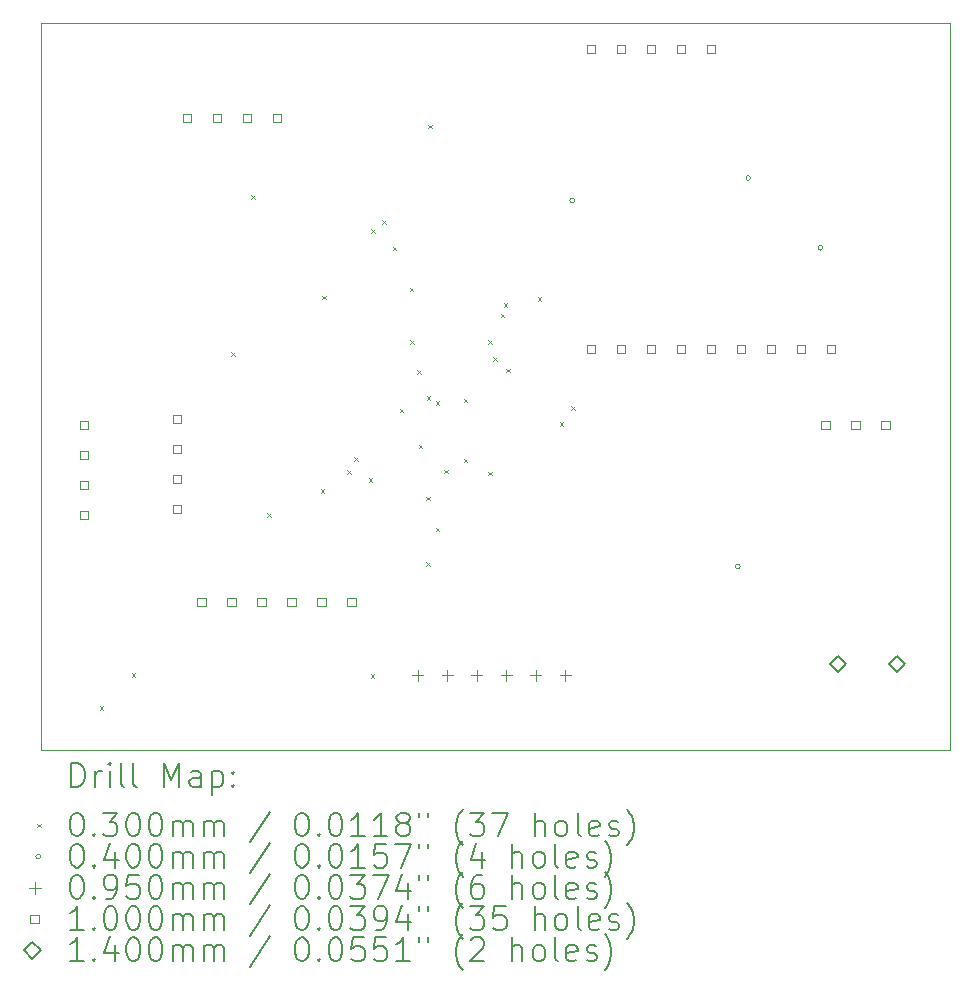
<source format=gbr>
%TF.GenerationSoftware,KiCad,Pcbnew,8.0.8*%
%TF.CreationDate,2025-01-27T11:39:41+01:00*%
%TF.ProjectId,PGE_PCB,5047455f-5043-4422-9e6b-696361645f70,rev?*%
%TF.SameCoordinates,Original*%
%TF.FileFunction,Drillmap*%
%TF.FilePolarity,Positive*%
%FSLAX45Y45*%
G04 Gerber Fmt 4.5, Leading zero omitted, Abs format (unit mm)*
G04 Created by KiCad (PCBNEW 8.0.8) date 2025-01-27 11:39:41*
%MOMM*%
%LPD*%
G01*
G04 APERTURE LIST*
%ADD10C,0.050000*%
%ADD11C,0.200000*%
%ADD12C,0.100000*%
%ADD13C,0.140000*%
G04 APERTURE END LIST*
D10*
X9100000Y-6300000D02*
X16800000Y-6300000D01*
X16800000Y-12450000D01*
X9100000Y-12450000D01*
X9100000Y-6300000D01*
D11*
D12*
X9600000Y-12083300D02*
X9630000Y-12113300D01*
X9630000Y-12083300D02*
X9600000Y-12113300D01*
X9870220Y-11800520D02*
X9900220Y-11830520D01*
X9900220Y-11800520D02*
X9870220Y-11830520D01*
X10709840Y-9085000D02*
X10739840Y-9115000D01*
X10739840Y-9085000D02*
X10709840Y-9115000D01*
X10882500Y-7756970D02*
X10912500Y-7786970D01*
X10912500Y-7756970D02*
X10882500Y-7786970D01*
X11016370Y-10446440D02*
X11046370Y-10476440D01*
X11046370Y-10446440D02*
X11016370Y-10476440D01*
X11471280Y-10242800D02*
X11501280Y-10272800D01*
X11501280Y-10242800D02*
X11471280Y-10272800D01*
X11481950Y-8607000D02*
X11511950Y-8637000D01*
X11511950Y-8607000D02*
X11481950Y-8637000D01*
X11694170Y-10081740D02*
X11724170Y-10111740D01*
X11724170Y-10081740D02*
X11694170Y-10111740D01*
X11754580Y-9973180D02*
X11784580Y-10003180D01*
X11784580Y-9973180D02*
X11754580Y-10003180D01*
X11874630Y-10150760D02*
X11904630Y-10180760D01*
X11904630Y-10150760D02*
X11874630Y-10180760D01*
X11891440Y-11810670D02*
X11921440Y-11840670D01*
X11921440Y-11810670D02*
X11891440Y-11840670D01*
X11896550Y-8041250D02*
X11926550Y-8071250D01*
X11926550Y-8041250D02*
X11896550Y-8071250D01*
X11991360Y-7966500D02*
X12021360Y-7996500D01*
X12021360Y-7966500D02*
X11991360Y-7996500D01*
X12077480Y-8191200D02*
X12107480Y-8221200D01*
X12107480Y-8191200D02*
X12077480Y-8221200D01*
X12137780Y-9564650D02*
X12167780Y-9594650D01*
X12167780Y-9564650D02*
X12137780Y-9594650D01*
X12224120Y-8538920D02*
X12254120Y-8568920D01*
X12254120Y-8538920D02*
X12224120Y-8568920D01*
X12227830Y-8985000D02*
X12257830Y-9015000D01*
X12257830Y-8985000D02*
X12227830Y-9015000D01*
X12288000Y-9235000D02*
X12318000Y-9265000D01*
X12318000Y-9235000D02*
X12288000Y-9265000D01*
X12298680Y-9866640D02*
X12328680Y-9896640D01*
X12328680Y-9866640D02*
X12298680Y-9896640D01*
X12364000Y-10306460D02*
X12394000Y-10336460D01*
X12394000Y-10306460D02*
X12364000Y-10336460D01*
X12364000Y-10862200D02*
X12394000Y-10892200D01*
X12394000Y-10862200D02*
X12364000Y-10892200D01*
X12367900Y-9459620D02*
X12397900Y-9489620D01*
X12397900Y-9459620D02*
X12367900Y-9489620D01*
X12380000Y-7157940D02*
X12410000Y-7187940D01*
X12410000Y-7157940D02*
X12380000Y-7187940D01*
X12443010Y-9499340D02*
X12473010Y-9529340D01*
X12473010Y-9499340D02*
X12443010Y-9529340D01*
X12445000Y-10569250D02*
X12475000Y-10599250D01*
X12475000Y-10569250D02*
X12445000Y-10599250D01*
X12515180Y-10078950D02*
X12545180Y-10108950D01*
X12545180Y-10078950D02*
X12515180Y-10108950D01*
X12680860Y-9477230D02*
X12710860Y-9507230D01*
X12710860Y-9477230D02*
X12680860Y-9507230D01*
X12680860Y-9984770D02*
X12710860Y-10014770D01*
X12710860Y-9984770D02*
X12680860Y-10014770D01*
X12886050Y-8985000D02*
X12916050Y-9015000D01*
X12916050Y-8985000D02*
X12886050Y-9015000D01*
X12886050Y-10094780D02*
X12916050Y-10124780D01*
X12916050Y-10094780D02*
X12886050Y-10124780D01*
X12932380Y-9126450D02*
X12962380Y-9156450D01*
X12962380Y-9126450D02*
X12932380Y-9156450D01*
X12992550Y-8757130D02*
X13022550Y-8787130D01*
X13022550Y-8757130D02*
X12992550Y-8787130D01*
X13019880Y-8670050D02*
X13049880Y-8700050D01*
X13049880Y-8670050D02*
X13019880Y-8700050D01*
X13039980Y-9222650D02*
X13069980Y-9252650D01*
X13069980Y-9222650D02*
X13039980Y-9252650D01*
X13305560Y-8617980D02*
X13335560Y-8647980D01*
X13335560Y-8617980D02*
X13305560Y-8647980D01*
X13493330Y-9675990D02*
X13523330Y-9705990D01*
X13523330Y-9675990D02*
X13493330Y-9705990D01*
X13588540Y-9541460D02*
X13618540Y-9571460D01*
X13618540Y-9541460D02*
X13588540Y-9571460D01*
X13620000Y-7800000D02*
G75*
G02*
X13580000Y-7800000I-20000J0D01*
G01*
X13580000Y-7800000D02*
G75*
G02*
X13620000Y-7800000I20000J0D01*
G01*
X15020000Y-10900000D02*
G75*
G02*
X14980000Y-10900000I-20000J0D01*
G01*
X14980000Y-10900000D02*
G75*
G02*
X15020000Y-10900000I20000J0D01*
G01*
X15109200Y-7609500D02*
G75*
G02*
X15069200Y-7609500I-20000J0D01*
G01*
X15069200Y-7609500D02*
G75*
G02*
X15109200Y-7609500I20000J0D01*
G01*
X15720000Y-8200000D02*
G75*
G02*
X15680000Y-8200000I-20000J0D01*
G01*
X15680000Y-8200000D02*
G75*
G02*
X15720000Y-8200000I20000J0D01*
G01*
X12290000Y-11772500D02*
X12290000Y-11867500D01*
X12242500Y-11820000D02*
X12337500Y-11820000D01*
X12540000Y-11772500D02*
X12540000Y-11867500D01*
X12492500Y-11820000D02*
X12587500Y-11820000D01*
X12790000Y-11772500D02*
X12790000Y-11867500D01*
X12742500Y-11820000D02*
X12837500Y-11820000D01*
X13040000Y-11772500D02*
X13040000Y-11867500D01*
X12992500Y-11820000D02*
X13087500Y-11820000D01*
X13290000Y-11772500D02*
X13290000Y-11867500D01*
X13242500Y-11820000D02*
X13337500Y-11820000D01*
X13540000Y-11772500D02*
X13540000Y-11867500D01*
X13492500Y-11820000D02*
X13587500Y-11820000D01*
X9500356Y-9735356D02*
X9500356Y-9664644D01*
X9429644Y-9664644D01*
X9429644Y-9735356D01*
X9500356Y-9735356D01*
X9500356Y-9989356D02*
X9500356Y-9918644D01*
X9429644Y-9918644D01*
X9429644Y-9989356D01*
X9500356Y-9989356D01*
X9500356Y-10243356D02*
X9500356Y-10172644D01*
X9429644Y-10172644D01*
X9429644Y-10243356D01*
X9500356Y-10243356D01*
X9500356Y-10497356D02*
X9500356Y-10426644D01*
X9429644Y-10426644D01*
X9429644Y-10497356D01*
X9500356Y-10497356D01*
X10285356Y-9685356D02*
X10285356Y-9614644D01*
X10214644Y-9614644D01*
X10214644Y-9685356D01*
X10285356Y-9685356D01*
X10285356Y-9939356D02*
X10285356Y-9868644D01*
X10214644Y-9868644D01*
X10214644Y-9939356D01*
X10285356Y-9939356D01*
X10285356Y-10193356D02*
X10285356Y-10122644D01*
X10214644Y-10122644D01*
X10214644Y-10193356D01*
X10285356Y-10193356D01*
X10285356Y-10447356D02*
X10285356Y-10376644D01*
X10214644Y-10376644D01*
X10214644Y-10447356D01*
X10285356Y-10447356D01*
X10373356Y-7135356D02*
X10373356Y-7064644D01*
X10302644Y-7064644D01*
X10302644Y-7135356D01*
X10373356Y-7135356D01*
X10496356Y-11235356D02*
X10496356Y-11164644D01*
X10425644Y-11164644D01*
X10425644Y-11235356D01*
X10496356Y-11235356D01*
X10627356Y-7135356D02*
X10627356Y-7064644D01*
X10556644Y-7064644D01*
X10556644Y-7135356D01*
X10627356Y-7135356D01*
X10750356Y-11235356D02*
X10750356Y-11164644D01*
X10679644Y-11164644D01*
X10679644Y-11235356D01*
X10750356Y-11235356D01*
X10881356Y-7135356D02*
X10881356Y-7064644D01*
X10810644Y-7064644D01*
X10810644Y-7135356D01*
X10881356Y-7135356D01*
X11004356Y-11235356D02*
X11004356Y-11164644D01*
X10933644Y-11164644D01*
X10933644Y-11235356D01*
X11004356Y-11235356D01*
X11135356Y-7135356D02*
X11135356Y-7064644D01*
X11064644Y-7064644D01*
X11064644Y-7135356D01*
X11135356Y-7135356D01*
X11258356Y-11235356D02*
X11258356Y-11164644D01*
X11187644Y-11164644D01*
X11187644Y-11235356D01*
X11258356Y-11235356D01*
X11512356Y-11235356D02*
X11512356Y-11164644D01*
X11441644Y-11164644D01*
X11441644Y-11235356D01*
X11512356Y-11235356D01*
X11766356Y-11235356D02*
X11766356Y-11164644D01*
X11695644Y-11164644D01*
X11695644Y-11235356D01*
X11766356Y-11235356D01*
X13793956Y-6551856D02*
X13793956Y-6481144D01*
X13723244Y-6481144D01*
X13723244Y-6551856D01*
X13793956Y-6551856D01*
X13793956Y-9091856D02*
X13793956Y-9021144D01*
X13723244Y-9021144D01*
X13723244Y-9091856D01*
X13793956Y-9091856D01*
X14047956Y-6551856D02*
X14047956Y-6481144D01*
X13977244Y-6481144D01*
X13977244Y-6551856D01*
X14047956Y-6551856D01*
X14047956Y-9091856D02*
X14047956Y-9021144D01*
X13977244Y-9021144D01*
X13977244Y-9091856D01*
X14047956Y-9091856D01*
X14301956Y-6551856D02*
X14301956Y-6481144D01*
X14231244Y-6481144D01*
X14231244Y-6551856D01*
X14301956Y-6551856D01*
X14301956Y-9091856D02*
X14301956Y-9021144D01*
X14231244Y-9021144D01*
X14231244Y-9091856D01*
X14301956Y-9091856D01*
X14555956Y-6551856D02*
X14555956Y-6481144D01*
X14485244Y-6481144D01*
X14485244Y-6551856D01*
X14555956Y-6551856D01*
X14555956Y-9091856D02*
X14555956Y-9021144D01*
X14485244Y-9021144D01*
X14485244Y-9091856D01*
X14555956Y-9091856D01*
X14809956Y-6551856D02*
X14809956Y-6481144D01*
X14739244Y-6481144D01*
X14739244Y-6551856D01*
X14809956Y-6551856D01*
X14809956Y-9091856D02*
X14809956Y-9021144D01*
X14739244Y-9021144D01*
X14739244Y-9091856D01*
X14809956Y-9091856D01*
X15063956Y-9091856D02*
X15063956Y-9021144D01*
X14993244Y-9021144D01*
X14993244Y-9091856D01*
X15063956Y-9091856D01*
X15317956Y-9091856D02*
X15317956Y-9021144D01*
X15247244Y-9021144D01*
X15247244Y-9091856D01*
X15317956Y-9091856D01*
X15571956Y-9091856D02*
X15571956Y-9021144D01*
X15501244Y-9021144D01*
X15501244Y-9091856D01*
X15571956Y-9091856D01*
X15779856Y-9735356D02*
X15779856Y-9664644D01*
X15709144Y-9664644D01*
X15709144Y-9735356D01*
X15779856Y-9735356D01*
X15825956Y-9091856D02*
X15825956Y-9021144D01*
X15755244Y-9021144D01*
X15755244Y-9091856D01*
X15825956Y-9091856D01*
X16033856Y-9735356D02*
X16033856Y-9664644D01*
X15963144Y-9664644D01*
X15963144Y-9735356D01*
X16033856Y-9735356D01*
X16287856Y-9735356D02*
X16287856Y-9664644D01*
X16217144Y-9664644D01*
X16217144Y-9735356D01*
X16287856Y-9735356D01*
D13*
X15850000Y-11795000D02*
X15920000Y-11725000D01*
X15850000Y-11655000D01*
X15780000Y-11725000D01*
X15850000Y-11795000D01*
X16350000Y-11795000D02*
X16420000Y-11725000D01*
X16350000Y-11655000D01*
X16280000Y-11725000D01*
X16350000Y-11795000D01*
D11*
X9358277Y-12763984D02*
X9358277Y-12563984D01*
X9358277Y-12563984D02*
X9405896Y-12563984D01*
X9405896Y-12563984D02*
X9434467Y-12573508D01*
X9434467Y-12573508D02*
X9453515Y-12592555D01*
X9453515Y-12592555D02*
X9463039Y-12611603D01*
X9463039Y-12611603D02*
X9472563Y-12649698D01*
X9472563Y-12649698D02*
X9472563Y-12678269D01*
X9472563Y-12678269D02*
X9463039Y-12716365D01*
X9463039Y-12716365D02*
X9453515Y-12735412D01*
X9453515Y-12735412D02*
X9434467Y-12754460D01*
X9434467Y-12754460D02*
X9405896Y-12763984D01*
X9405896Y-12763984D02*
X9358277Y-12763984D01*
X9558277Y-12763984D02*
X9558277Y-12630650D01*
X9558277Y-12668746D02*
X9567801Y-12649698D01*
X9567801Y-12649698D02*
X9577324Y-12640174D01*
X9577324Y-12640174D02*
X9596372Y-12630650D01*
X9596372Y-12630650D02*
X9615420Y-12630650D01*
X9682086Y-12763984D02*
X9682086Y-12630650D01*
X9682086Y-12563984D02*
X9672563Y-12573508D01*
X9672563Y-12573508D02*
X9682086Y-12583031D01*
X9682086Y-12583031D02*
X9691610Y-12573508D01*
X9691610Y-12573508D02*
X9682086Y-12563984D01*
X9682086Y-12563984D02*
X9682086Y-12583031D01*
X9805896Y-12763984D02*
X9786848Y-12754460D01*
X9786848Y-12754460D02*
X9777324Y-12735412D01*
X9777324Y-12735412D02*
X9777324Y-12563984D01*
X9910658Y-12763984D02*
X9891610Y-12754460D01*
X9891610Y-12754460D02*
X9882086Y-12735412D01*
X9882086Y-12735412D02*
X9882086Y-12563984D01*
X10139229Y-12763984D02*
X10139229Y-12563984D01*
X10139229Y-12563984D02*
X10205896Y-12706841D01*
X10205896Y-12706841D02*
X10272563Y-12563984D01*
X10272563Y-12563984D02*
X10272563Y-12763984D01*
X10453515Y-12763984D02*
X10453515Y-12659222D01*
X10453515Y-12659222D02*
X10443991Y-12640174D01*
X10443991Y-12640174D02*
X10424944Y-12630650D01*
X10424944Y-12630650D02*
X10386848Y-12630650D01*
X10386848Y-12630650D02*
X10367801Y-12640174D01*
X10453515Y-12754460D02*
X10434467Y-12763984D01*
X10434467Y-12763984D02*
X10386848Y-12763984D01*
X10386848Y-12763984D02*
X10367801Y-12754460D01*
X10367801Y-12754460D02*
X10358277Y-12735412D01*
X10358277Y-12735412D02*
X10358277Y-12716365D01*
X10358277Y-12716365D02*
X10367801Y-12697317D01*
X10367801Y-12697317D02*
X10386848Y-12687793D01*
X10386848Y-12687793D02*
X10434467Y-12687793D01*
X10434467Y-12687793D02*
X10453515Y-12678269D01*
X10548753Y-12630650D02*
X10548753Y-12830650D01*
X10548753Y-12640174D02*
X10567801Y-12630650D01*
X10567801Y-12630650D02*
X10605896Y-12630650D01*
X10605896Y-12630650D02*
X10624944Y-12640174D01*
X10624944Y-12640174D02*
X10634467Y-12649698D01*
X10634467Y-12649698D02*
X10643991Y-12668746D01*
X10643991Y-12668746D02*
X10643991Y-12725888D01*
X10643991Y-12725888D02*
X10634467Y-12744936D01*
X10634467Y-12744936D02*
X10624944Y-12754460D01*
X10624944Y-12754460D02*
X10605896Y-12763984D01*
X10605896Y-12763984D02*
X10567801Y-12763984D01*
X10567801Y-12763984D02*
X10548753Y-12754460D01*
X10729705Y-12744936D02*
X10739229Y-12754460D01*
X10739229Y-12754460D02*
X10729705Y-12763984D01*
X10729705Y-12763984D02*
X10720182Y-12754460D01*
X10720182Y-12754460D02*
X10729705Y-12744936D01*
X10729705Y-12744936D02*
X10729705Y-12763984D01*
X10729705Y-12640174D02*
X10739229Y-12649698D01*
X10739229Y-12649698D02*
X10729705Y-12659222D01*
X10729705Y-12659222D02*
X10720182Y-12649698D01*
X10720182Y-12649698D02*
X10729705Y-12640174D01*
X10729705Y-12640174D02*
X10729705Y-12659222D01*
D12*
X9067500Y-13077500D02*
X9097500Y-13107500D01*
X9097500Y-13077500D02*
X9067500Y-13107500D01*
D11*
X9396372Y-12983984D02*
X9415420Y-12983984D01*
X9415420Y-12983984D02*
X9434467Y-12993508D01*
X9434467Y-12993508D02*
X9443991Y-13003031D01*
X9443991Y-13003031D02*
X9453515Y-13022079D01*
X9453515Y-13022079D02*
X9463039Y-13060174D01*
X9463039Y-13060174D02*
X9463039Y-13107793D01*
X9463039Y-13107793D02*
X9453515Y-13145888D01*
X9453515Y-13145888D02*
X9443991Y-13164936D01*
X9443991Y-13164936D02*
X9434467Y-13174460D01*
X9434467Y-13174460D02*
X9415420Y-13183984D01*
X9415420Y-13183984D02*
X9396372Y-13183984D01*
X9396372Y-13183984D02*
X9377324Y-13174460D01*
X9377324Y-13174460D02*
X9367801Y-13164936D01*
X9367801Y-13164936D02*
X9358277Y-13145888D01*
X9358277Y-13145888D02*
X9348753Y-13107793D01*
X9348753Y-13107793D02*
X9348753Y-13060174D01*
X9348753Y-13060174D02*
X9358277Y-13022079D01*
X9358277Y-13022079D02*
X9367801Y-13003031D01*
X9367801Y-13003031D02*
X9377324Y-12993508D01*
X9377324Y-12993508D02*
X9396372Y-12983984D01*
X9548753Y-13164936D02*
X9558277Y-13174460D01*
X9558277Y-13174460D02*
X9548753Y-13183984D01*
X9548753Y-13183984D02*
X9539229Y-13174460D01*
X9539229Y-13174460D02*
X9548753Y-13164936D01*
X9548753Y-13164936D02*
X9548753Y-13183984D01*
X9624944Y-12983984D02*
X9748753Y-12983984D01*
X9748753Y-12983984D02*
X9682086Y-13060174D01*
X9682086Y-13060174D02*
X9710658Y-13060174D01*
X9710658Y-13060174D02*
X9729705Y-13069698D01*
X9729705Y-13069698D02*
X9739229Y-13079222D01*
X9739229Y-13079222D02*
X9748753Y-13098269D01*
X9748753Y-13098269D02*
X9748753Y-13145888D01*
X9748753Y-13145888D02*
X9739229Y-13164936D01*
X9739229Y-13164936D02*
X9729705Y-13174460D01*
X9729705Y-13174460D02*
X9710658Y-13183984D01*
X9710658Y-13183984D02*
X9653515Y-13183984D01*
X9653515Y-13183984D02*
X9634467Y-13174460D01*
X9634467Y-13174460D02*
X9624944Y-13164936D01*
X9872563Y-12983984D02*
X9891610Y-12983984D01*
X9891610Y-12983984D02*
X9910658Y-12993508D01*
X9910658Y-12993508D02*
X9920182Y-13003031D01*
X9920182Y-13003031D02*
X9929705Y-13022079D01*
X9929705Y-13022079D02*
X9939229Y-13060174D01*
X9939229Y-13060174D02*
X9939229Y-13107793D01*
X9939229Y-13107793D02*
X9929705Y-13145888D01*
X9929705Y-13145888D02*
X9920182Y-13164936D01*
X9920182Y-13164936D02*
X9910658Y-13174460D01*
X9910658Y-13174460D02*
X9891610Y-13183984D01*
X9891610Y-13183984D02*
X9872563Y-13183984D01*
X9872563Y-13183984D02*
X9853515Y-13174460D01*
X9853515Y-13174460D02*
X9843991Y-13164936D01*
X9843991Y-13164936D02*
X9834467Y-13145888D01*
X9834467Y-13145888D02*
X9824944Y-13107793D01*
X9824944Y-13107793D02*
X9824944Y-13060174D01*
X9824944Y-13060174D02*
X9834467Y-13022079D01*
X9834467Y-13022079D02*
X9843991Y-13003031D01*
X9843991Y-13003031D02*
X9853515Y-12993508D01*
X9853515Y-12993508D02*
X9872563Y-12983984D01*
X10063039Y-12983984D02*
X10082086Y-12983984D01*
X10082086Y-12983984D02*
X10101134Y-12993508D01*
X10101134Y-12993508D02*
X10110658Y-13003031D01*
X10110658Y-13003031D02*
X10120182Y-13022079D01*
X10120182Y-13022079D02*
X10129705Y-13060174D01*
X10129705Y-13060174D02*
X10129705Y-13107793D01*
X10129705Y-13107793D02*
X10120182Y-13145888D01*
X10120182Y-13145888D02*
X10110658Y-13164936D01*
X10110658Y-13164936D02*
X10101134Y-13174460D01*
X10101134Y-13174460D02*
X10082086Y-13183984D01*
X10082086Y-13183984D02*
X10063039Y-13183984D01*
X10063039Y-13183984D02*
X10043991Y-13174460D01*
X10043991Y-13174460D02*
X10034467Y-13164936D01*
X10034467Y-13164936D02*
X10024944Y-13145888D01*
X10024944Y-13145888D02*
X10015420Y-13107793D01*
X10015420Y-13107793D02*
X10015420Y-13060174D01*
X10015420Y-13060174D02*
X10024944Y-13022079D01*
X10024944Y-13022079D02*
X10034467Y-13003031D01*
X10034467Y-13003031D02*
X10043991Y-12993508D01*
X10043991Y-12993508D02*
X10063039Y-12983984D01*
X10215420Y-13183984D02*
X10215420Y-13050650D01*
X10215420Y-13069698D02*
X10224944Y-13060174D01*
X10224944Y-13060174D02*
X10243991Y-13050650D01*
X10243991Y-13050650D02*
X10272563Y-13050650D01*
X10272563Y-13050650D02*
X10291610Y-13060174D01*
X10291610Y-13060174D02*
X10301134Y-13079222D01*
X10301134Y-13079222D02*
X10301134Y-13183984D01*
X10301134Y-13079222D02*
X10310658Y-13060174D01*
X10310658Y-13060174D02*
X10329705Y-13050650D01*
X10329705Y-13050650D02*
X10358277Y-13050650D01*
X10358277Y-13050650D02*
X10377325Y-13060174D01*
X10377325Y-13060174D02*
X10386848Y-13079222D01*
X10386848Y-13079222D02*
X10386848Y-13183984D01*
X10482086Y-13183984D02*
X10482086Y-13050650D01*
X10482086Y-13069698D02*
X10491610Y-13060174D01*
X10491610Y-13060174D02*
X10510658Y-13050650D01*
X10510658Y-13050650D02*
X10539229Y-13050650D01*
X10539229Y-13050650D02*
X10558277Y-13060174D01*
X10558277Y-13060174D02*
X10567801Y-13079222D01*
X10567801Y-13079222D02*
X10567801Y-13183984D01*
X10567801Y-13079222D02*
X10577325Y-13060174D01*
X10577325Y-13060174D02*
X10596372Y-13050650D01*
X10596372Y-13050650D02*
X10624944Y-13050650D01*
X10624944Y-13050650D02*
X10643991Y-13060174D01*
X10643991Y-13060174D02*
X10653515Y-13079222D01*
X10653515Y-13079222D02*
X10653515Y-13183984D01*
X11043991Y-12974460D02*
X10872563Y-13231603D01*
X11301134Y-12983984D02*
X11320182Y-12983984D01*
X11320182Y-12983984D02*
X11339229Y-12993508D01*
X11339229Y-12993508D02*
X11348753Y-13003031D01*
X11348753Y-13003031D02*
X11358277Y-13022079D01*
X11358277Y-13022079D02*
X11367801Y-13060174D01*
X11367801Y-13060174D02*
X11367801Y-13107793D01*
X11367801Y-13107793D02*
X11358277Y-13145888D01*
X11358277Y-13145888D02*
X11348753Y-13164936D01*
X11348753Y-13164936D02*
X11339229Y-13174460D01*
X11339229Y-13174460D02*
X11320182Y-13183984D01*
X11320182Y-13183984D02*
X11301134Y-13183984D01*
X11301134Y-13183984D02*
X11282086Y-13174460D01*
X11282086Y-13174460D02*
X11272563Y-13164936D01*
X11272563Y-13164936D02*
X11263039Y-13145888D01*
X11263039Y-13145888D02*
X11253515Y-13107793D01*
X11253515Y-13107793D02*
X11253515Y-13060174D01*
X11253515Y-13060174D02*
X11263039Y-13022079D01*
X11263039Y-13022079D02*
X11272563Y-13003031D01*
X11272563Y-13003031D02*
X11282086Y-12993508D01*
X11282086Y-12993508D02*
X11301134Y-12983984D01*
X11453515Y-13164936D02*
X11463039Y-13174460D01*
X11463039Y-13174460D02*
X11453515Y-13183984D01*
X11453515Y-13183984D02*
X11443991Y-13174460D01*
X11443991Y-13174460D02*
X11453515Y-13164936D01*
X11453515Y-13164936D02*
X11453515Y-13183984D01*
X11586848Y-12983984D02*
X11605896Y-12983984D01*
X11605896Y-12983984D02*
X11624944Y-12993508D01*
X11624944Y-12993508D02*
X11634467Y-13003031D01*
X11634467Y-13003031D02*
X11643991Y-13022079D01*
X11643991Y-13022079D02*
X11653515Y-13060174D01*
X11653515Y-13060174D02*
X11653515Y-13107793D01*
X11653515Y-13107793D02*
X11643991Y-13145888D01*
X11643991Y-13145888D02*
X11634467Y-13164936D01*
X11634467Y-13164936D02*
X11624944Y-13174460D01*
X11624944Y-13174460D02*
X11605896Y-13183984D01*
X11605896Y-13183984D02*
X11586848Y-13183984D01*
X11586848Y-13183984D02*
X11567801Y-13174460D01*
X11567801Y-13174460D02*
X11558277Y-13164936D01*
X11558277Y-13164936D02*
X11548753Y-13145888D01*
X11548753Y-13145888D02*
X11539229Y-13107793D01*
X11539229Y-13107793D02*
X11539229Y-13060174D01*
X11539229Y-13060174D02*
X11548753Y-13022079D01*
X11548753Y-13022079D02*
X11558277Y-13003031D01*
X11558277Y-13003031D02*
X11567801Y-12993508D01*
X11567801Y-12993508D02*
X11586848Y-12983984D01*
X11843991Y-13183984D02*
X11729706Y-13183984D01*
X11786848Y-13183984D02*
X11786848Y-12983984D01*
X11786848Y-12983984D02*
X11767801Y-13012555D01*
X11767801Y-13012555D02*
X11748753Y-13031603D01*
X11748753Y-13031603D02*
X11729706Y-13041127D01*
X12034467Y-13183984D02*
X11920182Y-13183984D01*
X11977325Y-13183984D02*
X11977325Y-12983984D01*
X11977325Y-12983984D02*
X11958277Y-13012555D01*
X11958277Y-13012555D02*
X11939229Y-13031603D01*
X11939229Y-13031603D02*
X11920182Y-13041127D01*
X12148753Y-13069698D02*
X12129706Y-13060174D01*
X12129706Y-13060174D02*
X12120182Y-13050650D01*
X12120182Y-13050650D02*
X12110658Y-13031603D01*
X12110658Y-13031603D02*
X12110658Y-13022079D01*
X12110658Y-13022079D02*
X12120182Y-13003031D01*
X12120182Y-13003031D02*
X12129706Y-12993508D01*
X12129706Y-12993508D02*
X12148753Y-12983984D01*
X12148753Y-12983984D02*
X12186848Y-12983984D01*
X12186848Y-12983984D02*
X12205896Y-12993508D01*
X12205896Y-12993508D02*
X12215420Y-13003031D01*
X12215420Y-13003031D02*
X12224944Y-13022079D01*
X12224944Y-13022079D02*
X12224944Y-13031603D01*
X12224944Y-13031603D02*
X12215420Y-13050650D01*
X12215420Y-13050650D02*
X12205896Y-13060174D01*
X12205896Y-13060174D02*
X12186848Y-13069698D01*
X12186848Y-13069698D02*
X12148753Y-13069698D01*
X12148753Y-13069698D02*
X12129706Y-13079222D01*
X12129706Y-13079222D02*
X12120182Y-13088746D01*
X12120182Y-13088746D02*
X12110658Y-13107793D01*
X12110658Y-13107793D02*
X12110658Y-13145888D01*
X12110658Y-13145888D02*
X12120182Y-13164936D01*
X12120182Y-13164936D02*
X12129706Y-13174460D01*
X12129706Y-13174460D02*
X12148753Y-13183984D01*
X12148753Y-13183984D02*
X12186848Y-13183984D01*
X12186848Y-13183984D02*
X12205896Y-13174460D01*
X12205896Y-13174460D02*
X12215420Y-13164936D01*
X12215420Y-13164936D02*
X12224944Y-13145888D01*
X12224944Y-13145888D02*
X12224944Y-13107793D01*
X12224944Y-13107793D02*
X12215420Y-13088746D01*
X12215420Y-13088746D02*
X12205896Y-13079222D01*
X12205896Y-13079222D02*
X12186848Y-13069698D01*
X12301134Y-12983984D02*
X12301134Y-13022079D01*
X12377325Y-12983984D02*
X12377325Y-13022079D01*
X12672563Y-13260174D02*
X12663039Y-13250650D01*
X12663039Y-13250650D02*
X12643991Y-13222079D01*
X12643991Y-13222079D02*
X12634468Y-13203031D01*
X12634468Y-13203031D02*
X12624944Y-13174460D01*
X12624944Y-13174460D02*
X12615420Y-13126841D01*
X12615420Y-13126841D02*
X12615420Y-13088746D01*
X12615420Y-13088746D02*
X12624944Y-13041127D01*
X12624944Y-13041127D02*
X12634468Y-13012555D01*
X12634468Y-13012555D02*
X12643991Y-12993508D01*
X12643991Y-12993508D02*
X12663039Y-12964936D01*
X12663039Y-12964936D02*
X12672563Y-12955412D01*
X12729706Y-12983984D02*
X12853515Y-12983984D01*
X12853515Y-12983984D02*
X12786848Y-13060174D01*
X12786848Y-13060174D02*
X12815420Y-13060174D01*
X12815420Y-13060174D02*
X12834468Y-13069698D01*
X12834468Y-13069698D02*
X12843991Y-13079222D01*
X12843991Y-13079222D02*
X12853515Y-13098269D01*
X12853515Y-13098269D02*
X12853515Y-13145888D01*
X12853515Y-13145888D02*
X12843991Y-13164936D01*
X12843991Y-13164936D02*
X12834468Y-13174460D01*
X12834468Y-13174460D02*
X12815420Y-13183984D01*
X12815420Y-13183984D02*
X12758277Y-13183984D01*
X12758277Y-13183984D02*
X12739229Y-13174460D01*
X12739229Y-13174460D02*
X12729706Y-13164936D01*
X12920182Y-12983984D02*
X13053515Y-12983984D01*
X13053515Y-12983984D02*
X12967801Y-13183984D01*
X13282087Y-13183984D02*
X13282087Y-12983984D01*
X13367801Y-13183984D02*
X13367801Y-13079222D01*
X13367801Y-13079222D02*
X13358277Y-13060174D01*
X13358277Y-13060174D02*
X13339230Y-13050650D01*
X13339230Y-13050650D02*
X13310658Y-13050650D01*
X13310658Y-13050650D02*
X13291610Y-13060174D01*
X13291610Y-13060174D02*
X13282087Y-13069698D01*
X13491610Y-13183984D02*
X13472563Y-13174460D01*
X13472563Y-13174460D02*
X13463039Y-13164936D01*
X13463039Y-13164936D02*
X13453515Y-13145888D01*
X13453515Y-13145888D02*
X13453515Y-13088746D01*
X13453515Y-13088746D02*
X13463039Y-13069698D01*
X13463039Y-13069698D02*
X13472563Y-13060174D01*
X13472563Y-13060174D02*
X13491610Y-13050650D01*
X13491610Y-13050650D02*
X13520182Y-13050650D01*
X13520182Y-13050650D02*
X13539230Y-13060174D01*
X13539230Y-13060174D02*
X13548753Y-13069698D01*
X13548753Y-13069698D02*
X13558277Y-13088746D01*
X13558277Y-13088746D02*
X13558277Y-13145888D01*
X13558277Y-13145888D02*
X13548753Y-13164936D01*
X13548753Y-13164936D02*
X13539230Y-13174460D01*
X13539230Y-13174460D02*
X13520182Y-13183984D01*
X13520182Y-13183984D02*
X13491610Y-13183984D01*
X13672563Y-13183984D02*
X13653515Y-13174460D01*
X13653515Y-13174460D02*
X13643991Y-13155412D01*
X13643991Y-13155412D02*
X13643991Y-12983984D01*
X13824944Y-13174460D02*
X13805896Y-13183984D01*
X13805896Y-13183984D02*
X13767801Y-13183984D01*
X13767801Y-13183984D02*
X13748753Y-13174460D01*
X13748753Y-13174460D02*
X13739230Y-13155412D01*
X13739230Y-13155412D02*
X13739230Y-13079222D01*
X13739230Y-13079222D02*
X13748753Y-13060174D01*
X13748753Y-13060174D02*
X13767801Y-13050650D01*
X13767801Y-13050650D02*
X13805896Y-13050650D01*
X13805896Y-13050650D02*
X13824944Y-13060174D01*
X13824944Y-13060174D02*
X13834468Y-13079222D01*
X13834468Y-13079222D02*
X13834468Y-13098269D01*
X13834468Y-13098269D02*
X13739230Y-13117317D01*
X13910658Y-13174460D02*
X13929706Y-13183984D01*
X13929706Y-13183984D02*
X13967801Y-13183984D01*
X13967801Y-13183984D02*
X13986849Y-13174460D01*
X13986849Y-13174460D02*
X13996372Y-13155412D01*
X13996372Y-13155412D02*
X13996372Y-13145888D01*
X13996372Y-13145888D02*
X13986849Y-13126841D01*
X13986849Y-13126841D02*
X13967801Y-13117317D01*
X13967801Y-13117317D02*
X13939230Y-13117317D01*
X13939230Y-13117317D02*
X13920182Y-13107793D01*
X13920182Y-13107793D02*
X13910658Y-13088746D01*
X13910658Y-13088746D02*
X13910658Y-13079222D01*
X13910658Y-13079222D02*
X13920182Y-13060174D01*
X13920182Y-13060174D02*
X13939230Y-13050650D01*
X13939230Y-13050650D02*
X13967801Y-13050650D01*
X13967801Y-13050650D02*
X13986849Y-13060174D01*
X14063039Y-13260174D02*
X14072563Y-13250650D01*
X14072563Y-13250650D02*
X14091611Y-13222079D01*
X14091611Y-13222079D02*
X14101134Y-13203031D01*
X14101134Y-13203031D02*
X14110658Y-13174460D01*
X14110658Y-13174460D02*
X14120182Y-13126841D01*
X14120182Y-13126841D02*
X14120182Y-13088746D01*
X14120182Y-13088746D02*
X14110658Y-13041127D01*
X14110658Y-13041127D02*
X14101134Y-13012555D01*
X14101134Y-13012555D02*
X14091611Y-12993508D01*
X14091611Y-12993508D02*
X14072563Y-12964936D01*
X14072563Y-12964936D02*
X14063039Y-12955412D01*
D12*
X9097500Y-13356500D02*
G75*
G02*
X9057500Y-13356500I-20000J0D01*
G01*
X9057500Y-13356500D02*
G75*
G02*
X9097500Y-13356500I20000J0D01*
G01*
D11*
X9396372Y-13247984D02*
X9415420Y-13247984D01*
X9415420Y-13247984D02*
X9434467Y-13257508D01*
X9434467Y-13257508D02*
X9443991Y-13267031D01*
X9443991Y-13267031D02*
X9453515Y-13286079D01*
X9453515Y-13286079D02*
X9463039Y-13324174D01*
X9463039Y-13324174D02*
X9463039Y-13371793D01*
X9463039Y-13371793D02*
X9453515Y-13409888D01*
X9453515Y-13409888D02*
X9443991Y-13428936D01*
X9443991Y-13428936D02*
X9434467Y-13438460D01*
X9434467Y-13438460D02*
X9415420Y-13447984D01*
X9415420Y-13447984D02*
X9396372Y-13447984D01*
X9396372Y-13447984D02*
X9377324Y-13438460D01*
X9377324Y-13438460D02*
X9367801Y-13428936D01*
X9367801Y-13428936D02*
X9358277Y-13409888D01*
X9358277Y-13409888D02*
X9348753Y-13371793D01*
X9348753Y-13371793D02*
X9348753Y-13324174D01*
X9348753Y-13324174D02*
X9358277Y-13286079D01*
X9358277Y-13286079D02*
X9367801Y-13267031D01*
X9367801Y-13267031D02*
X9377324Y-13257508D01*
X9377324Y-13257508D02*
X9396372Y-13247984D01*
X9548753Y-13428936D02*
X9558277Y-13438460D01*
X9558277Y-13438460D02*
X9548753Y-13447984D01*
X9548753Y-13447984D02*
X9539229Y-13438460D01*
X9539229Y-13438460D02*
X9548753Y-13428936D01*
X9548753Y-13428936D02*
X9548753Y-13447984D01*
X9729705Y-13314650D02*
X9729705Y-13447984D01*
X9682086Y-13238460D02*
X9634467Y-13381317D01*
X9634467Y-13381317D02*
X9758277Y-13381317D01*
X9872563Y-13247984D02*
X9891610Y-13247984D01*
X9891610Y-13247984D02*
X9910658Y-13257508D01*
X9910658Y-13257508D02*
X9920182Y-13267031D01*
X9920182Y-13267031D02*
X9929705Y-13286079D01*
X9929705Y-13286079D02*
X9939229Y-13324174D01*
X9939229Y-13324174D02*
X9939229Y-13371793D01*
X9939229Y-13371793D02*
X9929705Y-13409888D01*
X9929705Y-13409888D02*
X9920182Y-13428936D01*
X9920182Y-13428936D02*
X9910658Y-13438460D01*
X9910658Y-13438460D02*
X9891610Y-13447984D01*
X9891610Y-13447984D02*
X9872563Y-13447984D01*
X9872563Y-13447984D02*
X9853515Y-13438460D01*
X9853515Y-13438460D02*
X9843991Y-13428936D01*
X9843991Y-13428936D02*
X9834467Y-13409888D01*
X9834467Y-13409888D02*
X9824944Y-13371793D01*
X9824944Y-13371793D02*
X9824944Y-13324174D01*
X9824944Y-13324174D02*
X9834467Y-13286079D01*
X9834467Y-13286079D02*
X9843991Y-13267031D01*
X9843991Y-13267031D02*
X9853515Y-13257508D01*
X9853515Y-13257508D02*
X9872563Y-13247984D01*
X10063039Y-13247984D02*
X10082086Y-13247984D01*
X10082086Y-13247984D02*
X10101134Y-13257508D01*
X10101134Y-13257508D02*
X10110658Y-13267031D01*
X10110658Y-13267031D02*
X10120182Y-13286079D01*
X10120182Y-13286079D02*
X10129705Y-13324174D01*
X10129705Y-13324174D02*
X10129705Y-13371793D01*
X10129705Y-13371793D02*
X10120182Y-13409888D01*
X10120182Y-13409888D02*
X10110658Y-13428936D01*
X10110658Y-13428936D02*
X10101134Y-13438460D01*
X10101134Y-13438460D02*
X10082086Y-13447984D01*
X10082086Y-13447984D02*
X10063039Y-13447984D01*
X10063039Y-13447984D02*
X10043991Y-13438460D01*
X10043991Y-13438460D02*
X10034467Y-13428936D01*
X10034467Y-13428936D02*
X10024944Y-13409888D01*
X10024944Y-13409888D02*
X10015420Y-13371793D01*
X10015420Y-13371793D02*
X10015420Y-13324174D01*
X10015420Y-13324174D02*
X10024944Y-13286079D01*
X10024944Y-13286079D02*
X10034467Y-13267031D01*
X10034467Y-13267031D02*
X10043991Y-13257508D01*
X10043991Y-13257508D02*
X10063039Y-13247984D01*
X10215420Y-13447984D02*
X10215420Y-13314650D01*
X10215420Y-13333698D02*
X10224944Y-13324174D01*
X10224944Y-13324174D02*
X10243991Y-13314650D01*
X10243991Y-13314650D02*
X10272563Y-13314650D01*
X10272563Y-13314650D02*
X10291610Y-13324174D01*
X10291610Y-13324174D02*
X10301134Y-13343222D01*
X10301134Y-13343222D02*
X10301134Y-13447984D01*
X10301134Y-13343222D02*
X10310658Y-13324174D01*
X10310658Y-13324174D02*
X10329705Y-13314650D01*
X10329705Y-13314650D02*
X10358277Y-13314650D01*
X10358277Y-13314650D02*
X10377325Y-13324174D01*
X10377325Y-13324174D02*
X10386848Y-13343222D01*
X10386848Y-13343222D02*
X10386848Y-13447984D01*
X10482086Y-13447984D02*
X10482086Y-13314650D01*
X10482086Y-13333698D02*
X10491610Y-13324174D01*
X10491610Y-13324174D02*
X10510658Y-13314650D01*
X10510658Y-13314650D02*
X10539229Y-13314650D01*
X10539229Y-13314650D02*
X10558277Y-13324174D01*
X10558277Y-13324174D02*
X10567801Y-13343222D01*
X10567801Y-13343222D02*
X10567801Y-13447984D01*
X10567801Y-13343222D02*
X10577325Y-13324174D01*
X10577325Y-13324174D02*
X10596372Y-13314650D01*
X10596372Y-13314650D02*
X10624944Y-13314650D01*
X10624944Y-13314650D02*
X10643991Y-13324174D01*
X10643991Y-13324174D02*
X10653515Y-13343222D01*
X10653515Y-13343222D02*
X10653515Y-13447984D01*
X11043991Y-13238460D02*
X10872563Y-13495603D01*
X11301134Y-13247984D02*
X11320182Y-13247984D01*
X11320182Y-13247984D02*
X11339229Y-13257508D01*
X11339229Y-13257508D02*
X11348753Y-13267031D01*
X11348753Y-13267031D02*
X11358277Y-13286079D01*
X11358277Y-13286079D02*
X11367801Y-13324174D01*
X11367801Y-13324174D02*
X11367801Y-13371793D01*
X11367801Y-13371793D02*
X11358277Y-13409888D01*
X11358277Y-13409888D02*
X11348753Y-13428936D01*
X11348753Y-13428936D02*
X11339229Y-13438460D01*
X11339229Y-13438460D02*
X11320182Y-13447984D01*
X11320182Y-13447984D02*
X11301134Y-13447984D01*
X11301134Y-13447984D02*
X11282086Y-13438460D01*
X11282086Y-13438460D02*
X11272563Y-13428936D01*
X11272563Y-13428936D02*
X11263039Y-13409888D01*
X11263039Y-13409888D02*
X11253515Y-13371793D01*
X11253515Y-13371793D02*
X11253515Y-13324174D01*
X11253515Y-13324174D02*
X11263039Y-13286079D01*
X11263039Y-13286079D02*
X11272563Y-13267031D01*
X11272563Y-13267031D02*
X11282086Y-13257508D01*
X11282086Y-13257508D02*
X11301134Y-13247984D01*
X11453515Y-13428936D02*
X11463039Y-13438460D01*
X11463039Y-13438460D02*
X11453515Y-13447984D01*
X11453515Y-13447984D02*
X11443991Y-13438460D01*
X11443991Y-13438460D02*
X11453515Y-13428936D01*
X11453515Y-13428936D02*
X11453515Y-13447984D01*
X11586848Y-13247984D02*
X11605896Y-13247984D01*
X11605896Y-13247984D02*
X11624944Y-13257508D01*
X11624944Y-13257508D02*
X11634467Y-13267031D01*
X11634467Y-13267031D02*
X11643991Y-13286079D01*
X11643991Y-13286079D02*
X11653515Y-13324174D01*
X11653515Y-13324174D02*
X11653515Y-13371793D01*
X11653515Y-13371793D02*
X11643991Y-13409888D01*
X11643991Y-13409888D02*
X11634467Y-13428936D01*
X11634467Y-13428936D02*
X11624944Y-13438460D01*
X11624944Y-13438460D02*
X11605896Y-13447984D01*
X11605896Y-13447984D02*
X11586848Y-13447984D01*
X11586848Y-13447984D02*
X11567801Y-13438460D01*
X11567801Y-13438460D02*
X11558277Y-13428936D01*
X11558277Y-13428936D02*
X11548753Y-13409888D01*
X11548753Y-13409888D02*
X11539229Y-13371793D01*
X11539229Y-13371793D02*
X11539229Y-13324174D01*
X11539229Y-13324174D02*
X11548753Y-13286079D01*
X11548753Y-13286079D02*
X11558277Y-13267031D01*
X11558277Y-13267031D02*
X11567801Y-13257508D01*
X11567801Y-13257508D02*
X11586848Y-13247984D01*
X11843991Y-13447984D02*
X11729706Y-13447984D01*
X11786848Y-13447984D02*
X11786848Y-13247984D01*
X11786848Y-13247984D02*
X11767801Y-13276555D01*
X11767801Y-13276555D02*
X11748753Y-13295603D01*
X11748753Y-13295603D02*
X11729706Y-13305127D01*
X12024944Y-13247984D02*
X11929706Y-13247984D01*
X11929706Y-13247984D02*
X11920182Y-13343222D01*
X11920182Y-13343222D02*
X11929706Y-13333698D01*
X11929706Y-13333698D02*
X11948753Y-13324174D01*
X11948753Y-13324174D02*
X11996372Y-13324174D01*
X11996372Y-13324174D02*
X12015420Y-13333698D01*
X12015420Y-13333698D02*
X12024944Y-13343222D01*
X12024944Y-13343222D02*
X12034467Y-13362269D01*
X12034467Y-13362269D02*
X12034467Y-13409888D01*
X12034467Y-13409888D02*
X12024944Y-13428936D01*
X12024944Y-13428936D02*
X12015420Y-13438460D01*
X12015420Y-13438460D02*
X11996372Y-13447984D01*
X11996372Y-13447984D02*
X11948753Y-13447984D01*
X11948753Y-13447984D02*
X11929706Y-13438460D01*
X11929706Y-13438460D02*
X11920182Y-13428936D01*
X12101134Y-13247984D02*
X12234467Y-13247984D01*
X12234467Y-13247984D02*
X12148753Y-13447984D01*
X12301134Y-13247984D02*
X12301134Y-13286079D01*
X12377325Y-13247984D02*
X12377325Y-13286079D01*
X12672563Y-13524174D02*
X12663039Y-13514650D01*
X12663039Y-13514650D02*
X12643991Y-13486079D01*
X12643991Y-13486079D02*
X12634468Y-13467031D01*
X12634468Y-13467031D02*
X12624944Y-13438460D01*
X12624944Y-13438460D02*
X12615420Y-13390841D01*
X12615420Y-13390841D02*
X12615420Y-13352746D01*
X12615420Y-13352746D02*
X12624944Y-13305127D01*
X12624944Y-13305127D02*
X12634468Y-13276555D01*
X12634468Y-13276555D02*
X12643991Y-13257508D01*
X12643991Y-13257508D02*
X12663039Y-13228936D01*
X12663039Y-13228936D02*
X12672563Y-13219412D01*
X12834468Y-13314650D02*
X12834468Y-13447984D01*
X12786848Y-13238460D02*
X12739229Y-13381317D01*
X12739229Y-13381317D02*
X12863039Y-13381317D01*
X13091610Y-13447984D02*
X13091610Y-13247984D01*
X13177325Y-13447984D02*
X13177325Y-13343222D01*
X13177325Y-13343222D02*
X13167801Y-13324174D01*
X13167801Y-13324174D02*
X13148753Y-13314650D01*
X13148753Y-13314650D02*
X13120182Y-13314650D01*
X13120182Y-13314650D02*
X13101134Y-13324174D01*
X13101134Y-13324174D02*
X13091610Y-13333698D01*
X13301134Y-13447984D02*
X13282087Y-13438460D01*
X13282087Y-13438460D02*
X13272563Y-13428936D01*
X13272563Y-13428936D02*
X13263039Y-13409888D01*
X13263039Y-13409888D02*
X13263039Y-13352746D01*
X13263039Y-13352746D02*
X13272563Y-13333698D01*
X13272563Y-13333698D02*
X13282087Y-13324174D01*
X13282087Y-13324174D02*
X13301134Y-13314650D01*
X13301134Y-13314650D02*
X13329706Y-13314650D01*
X13329706Y-13314650D02*
X13348753Y-13324174D01*
X13348753Y-13324174D02*
X13358277Y-13333698D01*
X13358277Y-13333698D02*
X13367801Y-13352746D01*
X13367801Y-13352746D02*
X13367801Y-13409888D01*
X13367801Y-13409888D02*
X13358277Y-13428936D01*
X13358277Y-13428936D02*
X13348753Y-13438460D01*
X13348753Y-13438460D02*
X13329706Y-13447984D01*
X13329706Y-13447984D02*
X13301134Y-13447984D01*
X13482087Y-13447984D02*
X13463039Y-13438460D01*
X13463039Y-13438460D02*
X13453515Y-13419412D01*
X13453515Y-13419412D02*
X13453515Y-13247984D01*
X13634468Y-13438460D02*
X13615420Y-13447984D01*
X13615420Y-13447984D02*
X13577325Y-13447984D01*
X13577325Y-13447984D02*
X13558277Y-13438460D01*
X13558277Y-13438460D02*
X13548753Y-13419412D01*
X13548753Y-13419412D02*
X13548753Y-13343222D01*
X13548753Y-13343222D02*
X13558277Y-13324174D01*
X13558277Y-13324174D02*
X13577325Y-13314650D01*
X13577325Y-13314650D02*
X13615420Y-13314650D01*
X13615420Y-13314650D02*
X13634468Y-13324174D01*
X13634468Y-13324174D02*
X13643991Y-13343222D01*
X13643991Y-13343222D02*
X13643991Y-13362269D01*
X13643991Y-13362269D02*
X13548753Y-13381317D01*
X13720182Y-13438460D02*
X13739230Y-13447984D01*
X13739230Y-13447984D02*
X13777325Y-13447984D01*
X13777325Y-13447984D02*
X13796372Y-13438460D01*
X13796372Y-13438460D02*
X13805896Y-13419412D01*
X13805896Y-13419412D02*
X13805896Y-13409888D01*
X13805896Y-13409888D02*
X13796372Y-13390841D01*
X13796372Y-13390841D02*
X13777325Y-13381317D01*
X13777325Y-13381317D02*
X13748753Y-13381317D01*
X13748753Y-13381317D02*
X13729706Y-13371793D01*
X13729706Y-13371793D02*
X13720182Y-13352746D01*
X13720182Y-13352746D02*
X13720182Y-13343222D01*
X13720182Y-13343222D02*
X13729706Y-13324174D01*
X13729706Y-13324174D02*
X13748753Y-13314650D01*
X13748753Y-13314650D02*
X13777325Y-13314650D01*
X13777325Y-13314650D02*
X13796372Y-13324174D01*
X13872563Y-13524174D02*
X13882087Y-13514650D01*
X13882087Y-13514650D02*
X13901134Y-13486079D01*
X13901134Y-13486079D02*
X13910658Y-13467031D01*
X13910658Y-13467031D02*
X13920182Y-13438460D01*
X13920182Y-13438460D02*
X13929706Y-13390841D01*
X13929706Y-13390841D02*
X13929706Y-13352746D01*
X13929706Y-13352746D02*
X13920182Y-13305127D01*
X13920182Y-13305127D02*
X13910658Y-13276555D01*
X13910658Y-13276555D02*
X13901134Y-13257508D01*
X13901134Y-13257508D02*
X13882087Y-13228936D01*
X13882087Y-13228936D02*
X13872563Y-13219412D01*
D12*
X9050000Y-13573000D02*
X9050000Y-13668000D01*
X9002500Y-13620500D02*
X9097500Y-13620500D01*
D11*
X9396372Y-13511984D02*
X9415420Y-13511984D01*
X9415420Y-13511984D02*
X9434467Y-13521508D01*
X9434467Y-13521508D02*
X9443991Y-13531031D01*
X9443991Y-13531031D02*
X9453515Y-13550079D01*
X9453515Y-13550079D02*
X9463039Y-13588174D01*
X9463039Y-13588174D02*
X9463039Y-13635793D01*
X9463039Y-13635793D02*
X9453515Y-13673888D01*
X9453515Y-13673888D02*
X9443991Y-13692936D01*
X9443991Y-13692936D02*
X9434467Y-13702460D01*
X9434467Y-13702460D02*
X9415420Y-13711984D01*
X9415420Y-13711984D02*
X9396372Y-13711984D01*
X9396372Y-13711984D02*
X9377324Y-13702460D01*
X9377324Y-13702460D02*
X9367801Y-13692936D01*
X9367801Y-13692936D02*
X9358277Y-13673888D01*
X9358277Y-13673888D02*
X9348753Y-13635793D01*
X9348753Y-13635793D02*
X9348753Y-13588174D01*
X9348753Y-13588174D02*
X9358277Y-13550079D01*
X9358277Y-13550079D02*
X9367801Y-13531031D01*
X9367801Y-13531031D02*
X9377324Y-13521508D01*
X9377324Y-13521508D02*
X9396372Y-13511984D01*
X9548753Y-13692936D02*
X9558277Y-13702460D01*
X9558277Y-13702460D02*
X9548753Y-13711984D01*
X9548753Y-13711984D02*
X9539229Y-13702460D01*
X9539229Y-13702460D02*
X9548753Y-13692936D01*
X9548753Y-13692936D02*
X9548753Y-13711984D01*
X9653515Y-13711984D02*
X9691610Y-13711984D01*
X9691610Y-13711984D02*
X9710658Y-13702460D01*
X9710658Y-13702460D02*
X9720182Y-13692936D01*
X9720182Y-13692936D02*
X9739229Y-13664365D01*
X9739229Y-13664365D02*
X9748753Y-13626269D01*
X9748753Y-13626269D02*
X9748753Y-13550079D01*
X9748753Y-13550079D02*
X9739229Y-13531031D01*
X9739229Y-13531031D02*
X9729705Y-13521508D01*
X9729705Y-13521508D02*
X9710658Y-13511984D01*
X9710658Y-13511984D02*
X9672563Y-13511984D01*
X9672563Y-13511984D02*
X9653515Y-13521508D01*
X9653515Y-13521508D02*
X9643991Y-13531031D01*
X9643991Y-13531031D02*
X9634467Y-13550079D01*
X9634467Y-13550079D02*
X9634467Y-13597698D01*
X9634467Y-13597698D02*
X9643991Y-13616746D01*
X9643991Y-13616746D02*
X9653515Y-13626269D01*
X9653515Y-13626269D02*
X9672563Y-13635793D01*
X9672563Y-13635793D02*
X9710658Y-13635793D01*
X9710658Y-13635793D02*
X9729705Y-13626269D01*
X9729705Y-13626269D02*
X9739229Y-13616746D01*
X9739229Y-13616746D02*
X9748753Y-13597698D01*
X9929705Y-13511984D02*
X9834467Y-13511984D01*
X9834467Y-13511984D02*
X9824944Y-13607222D01*
X9824944Y-13607222D02*
X9834467Y-13597698D01*
X9834467Y-13597698D02*
X9853515Y-13588174D01*
X9853515Y-13588174D02*
X9901134Y-13588174D01*
X9901134Y-13588174D02*
X9920182Y-13597698D01*
X9920182Y-13597698D02*
X9929705Y-13607222D01*
X9929705Y-13607222D02*
X9939229Y-13626269D01*
X9939229Y-13626269D02*
X9939229Y-13673888D01*
X9939229Y-13673888D02*
X9929705Y-13692936D01*
X9929705Y-13692936D02*
X9920182Y-13702460D01*
X9920182Y-13702460D02*
X9901134Y-13711984D01*
X9901134Y-13711984D02*
X9853515Y-13711984D01*
X9853515Y-13711984D02*
X9834467Y-13702460D01*
X9834467Y-13702460D02*
X9824944Y-13692936D01*
X10063039Y-13511984D02*
X10082086Y-13511984D01*
X10082086Y-13511984D02*
X10101134Y-13521508D01*
X10101134Y-13521508D02*
X10110658Y-13531031D01*
X10110658Y-13531031D02*
X10120182Y-13550079D01*
X10120182Y-13550079D02*
X10129705Y-13588174D01*
X10129705Y-13588174D02*
X10129705Y-13635793D01*
X10129705Y-13635793D02*
X10120182Y-13673888D01*
X10120182Y-13673888D02*
X10110658Y-13692936D01*
X10110658Y-13692936D02*
X10101134Y-13702460D01*
X10101134Y-13702460D02*
X10082086Y-13711984D01*
X10082086Y-13711984D02*
X10063039Y-13711984D01*
X10063039Y-13711984D02*
X10043991Y-13702460D01*
X10043991Y-13702460D02*
X10034467Y-13692936D01*
X10034467Y-13692936D02*
X10024944Y-13673888D01*
X10024944Y-13673888D02*
X10015420Y-13635793D01*
X10015420Y-13635793D02*
X10015420Y-13588174D01*
X10015420Y-13588174D02*
X10024944Y-13550079D01*
X10024944Y-13550079D02*
X10034467Y-13531031D01*
X10034467Y-13531031D02*
X10043991Y-13521508D01*
X10043991Y-13521508D02*
X10063039Y-13511984D01*
X10215420Y-13711984D02*
X10215420Y-13578650D01*
X10215420Y-13597698D02*
X10224944Y-13588174D01*
X10224944Y-13588174D02*
X10243991Y-13578650D01*
X10243991Y-13578650D02*
X10272563Y-13578650D01*
X10272563Y-13578650D02*
X10291610Y-13588174D01*
X10291610Y-13588174D02*
X10301134Y-13607222D01*
X10301134Y-13607222D02*
X10301134Y-13711984D01*
X10301134Y-13607222D02*
X10310658Y-13588174D01*
X10310658Y-13588174D02*
X10329705Y-13578650D01*
X10329705Y-13578650D02*
X10358277Y-13578650D01*
X10358277Y-13578650D02*
X10377325Y-13588174D01*
X10377325Y-13588174D02*
X10386848Y-13607222D01*
X10386848Y-13607222D02*
X10386848Y-13711984D01*
X10482086Y-13711984D02*
X10482086Y-13578650D01*
X10482086Y-13597698D02*
X10491610Y-13588174D01*
X10491610Y-13588174D02*
X10510658Y-13578650D01*
X10510658Y-13578650D02*
X10539229Y-13578650D01*
X10539229Y-13578650D02*
X10558277Y-13588174D01*
X10558277Y-13588174D02*
X10567801Y-13607222D01*
X10567801Y-13607222D02*
X10567801Y-13711984D01*
X10567801Y-13607222D02*
X10577325Y-13588174D01*
X10577325Y-13588174D02*
X10596372Y-13578650D01*
X10596372Y-13578650D02*
X10624944Y-13578650D01*
X10624944Y-13578650D02*
X10643991Y-13588174D01*
X10643991Y-13588174D02*
X10653515Y-13607222D01*
X10653515Y-13607222D02*
X10653515Y-13711984D01*
X11043991Y-13502460D02*
X10872563Y-13759603D01*
X11301134Y-13511984D02*
X11320182Y-13511984D01*
X11320182Y-13511984D02*
X11339229Y-13521508D01*
X11339229Y-13521508D02*
X11348753Y-13531031D01*
X11348753Y-13531031D02*
X11358277Y-13550079D01*
X11358277Y-13550079D02*
X11367801Y-13588174D01*
X11367801Y-13588174D02*
X11367801Y-13635793D01*
X11367801Y-13635793D02*
X11358277Y-13673888D01*
X11358277Y-13673888D02*
X11348753Y-13692936D01*
X11348753Y-13692936D02*
X11339229Y-13702460D01*
X11339229Y-13702460D02*
X11320182Y-13711984D01*
X11320182Y-13711984D02*
X11301134Y-13711984D01*
X11301134Y-13711984D02*
X11282086Y-13702460D01*
X11282086Y-13702460D02*
X11272563Y-13692936D01*
X11272563Y-13692936D02*
X11263039Y-13673888D01*
X11263039Y-13673888D02*
X11253515Y-13635793D01*
X11253515Y-13635793D02*
X11253515Y-13588174D01*
X11253515Y-13588174D02*
X11263039Y-13550079D01*
X11263039Y-13550079D02*
X11272563Y-13531031D01*
X11272563Y-13531031D02*
X11282086Y-13521508D01*
X11282086Y-13521508D02*
X11301134Y-13511984D01*
X11453515Y-13692936D02*
X11463039Y-13702460D01*
X11463039Y-13702460D02*
X11453515Y-13711984D01*
X11453515Y-13711984D02*
X11443991Y-13702460D01*
X11443991Y-13702460D02*
X11453515Y-13692936D01*
X11453515Y-13692936D02*
X11453515Y-13711984D01*
X11586848Y-13511984D02*
X11605896Y-13511984D01*
X11605896Y-13511984D02*
X11624944Y-13521508D01*
X11624944Y-13521508D02*
X11634467Y-13531031D01*
X11634467Y-13531031D02*
X11643991Y-13550079D01*
X11643991Y-13550079D02*
X11653515Y-13588174D01*
X11653515Y-13588174D02*
X11653515Y-13635793D01*
X11653515Y-13635793D02*
X11643991Y-13673888D01*
X11643991Y-13673888D02*
X11634467Y-13692936D01*
X11634467Y-13692936D02*
X11624944Y-13702460D01*
X11624944Y-13702460D02*
X11605896Y-13711984D01*
X11605896Y-13711984D02*
X11586848Y-13711984D01*
X11586848Y-13711984D02*
X11567801Y-13702460D01*
X11567801Y-13702460D02*
X11558277Y-13692936D01*
X11558277Y-13692936D02*
X11548753Y-13673888D01*
X11548753Y-13673888D02*
X11539229Y-13635793D01*
X11539229Y-13635793D02*
X11539229Y-13588174D01*
X11539229Y-13588174D02*
X11548753Y-13550079D01*
X11548753Y-13550079D02*
X11558277Y-13531031D01*
X11558277Y-13531031D02*
X11567801Y-13521508D01*
X11567801Y-13521508D02*
X11586848Y-13511984D01*
X11720182Y-13511984D02*
X11843991Y-13511984D01*
X11843991Y-13511984D02*
X11777325Y-13588174D01*
X11777325Y-13588174D02*
X11805896Y-13588174D01*
X11805896Y-13588174D02*
X11824944Y-13597698D01*
X11824944Y-13597698D02*
X11834467Y-13607222D01*
X11834467Y-13607222D02*
X11843991Y-13626269D01*
X11843991Y-13626269D02*
X11843991Y-13673888D01*
X11843991Y-13673888D02*
X11834467Y-13692936D01*
X11834467Y-13692936D02*
X11824944Y-13702460D01*
X11824944Y-13702460D02*
X11805896Y-13711984D01*
X11805896Y-13711984D02*
X11748753Y-13711984D01*
X11748753Y-13711984D02*
X11729706Y-13702460D01*
X11729706Y-13702460D02*
X11720182Y-13692936D01*
X11910658Y-13511984D02*
X12043991Y-13511984D01*
X12043991Y-13511984D02*
X11958277Y-13711984D01*
X12205896Y-13578650D02*
X12205896Y-13711984D01*
X12158277Y-13502460D02*
X12110658Y-13645317D01*
X12110658Y-13645317D02*
X12234467Y-13645317D01*
X12301134Y-13511984D02*
X12301134Y-13550079D01*
X12377325Y-13511984D02*
X12377325Y-13550079D01*
X12672563Y-13788174D02*
X12663039Y-13778650D01*
X12663039Y-13778650D02*
X12643991Y-13750079D01*
X12643991Y-13750079D02*
X12634468Y-13731031D01*
X12634468Y-13731031D02*
X12624944Y-13702460D01*
X12624944Y-13702460D02*
X12615420Y-13654841D01*
X12615420Y-13654841D02*
X12615420Y-13616746D01*
X12615420Y-13616746D02*
X12624944Y-13569127D01*
X12624944Y-13569127D02*
X12634468Y-13540555D01*
X12634468Y-13540555D02*
X12643991Y-13521508D01*
X12643991Y-13521508D02*
X12663039Y-13492936D01*
X12663039Y-13492936D02*
X12672563Y-13483412D01*
X12834468Y-13511984D02*
X12796372Y-13511984D01*
X12796372Y-13511984D02*
X12777325Y-13521508D01*
X12777325Y-13521508D02*
X12767801Y-13531031D01*
X12767801Y-13531031D02*
X12748753Y-13559603D01*
X12748753Y-13559603D02*
X12739229Y-13597698D01*
X12739229Y-13597698D02*
X12739229Y-13673888D01*
X12739229Y-13673888D02*
X12748753Y-13692936D01*
X12748753Y-13692936D02*
X12758277Y-13702460D01*
X12758277Y-13702460D02*
X12777325Y-13711984D01*
X12777325Y-13711984D02*
X12815420Y-13711984D01*
X12815420Y-13711984D02*
X12834468Y-13702460D01*
X12834468Y-13702460D02*
X12843991Y-13692936D01*
X12843991Y-13692936D02*
X12853515Y-13673888D01*
X12853515Y-13673888D02*
X12853515Y-13626269D01*
X12853515Y-13626269D02*
X12843991Y-13607222D01*
X12843991Y-13607222D02*
X12834468Y-13597698D01*
X12834468Y-13597698D02*
X12815420Y-13588174D01*
X12815420Y-13588174D02*
X12777325Y-13588174D01*
X12777325Y-13588174D02*
X12758277Y-13597698D01*
X12758277Y-13597698D02*
X12748753Y-13607222D01*
X12748753Y-13607222D02*
X12739229Y-13626269D01*
X13091610Y-13711984D02*
X13091610Y-13511984D01*
X13177325Y-13711984D02*
X13177325Y-13607222D01*
X13177325Y-13607222D02*
X13167801Y-13588174D01*
X13167801Y-13588174D02*
X13148753Y-13578650D01*
X13148753Y-13578650D02*
X13120182Y-13578650D01*
X13120182Y-13578650D02*
X13101134Y-13588174D01*
X13101134Y-13588174D02*
X13091610Y-13597698D01*
X13301134Y-13711984D02*
X13282087Y-13702460D01*
X13282087Y-13702460D02*
X13272563Y-13692936D01*
X13272563Y-13692936D02*
X13263039Y-13673888D01*
X13263039Y-13673888D02*
X13263039Y-13616746D01*
X13263039Y-13616746D02*
X13272563Y-13597698D01*
X13272563Y-13597698D02*
X13282087Y-13588174D01*
X13282087Y-13588174D02*
X13301134Y-13578650D01*
X13301134Y-13578650D02*
X13329706Y-13578650D01*
X13329706Y-13578650D02*
X13348753Y-13588174D01*
X13348753Y-13588174D02*
X13358277Y-13597698D01*
X13358277Y-13597698D02*
X13367801Y-13616746D01*
X13367801Y-13616746D02*
X13367801Y-13673888D01*
X13367801Y-13673888D02*
X13358277Y-13692936D01*
X13358277Y-13692936D02*
X13348753Y-13702460D01*
X13348753Y-13702460D02*
X13329706Y-13711984D01*
X13329706Y-13711984D02*
X13301134Y-13711984D01*
X13482087Y-13711984D02*
X13463039Y-13702460D01*
X13463039Y-13702460D02*
X13453515Y-13683412D01*
X13453515Y-13683412D02*
X13453515Y-13511984D01*
X13634468Y-13702460D02*
X13615420Y-13711984D01*
X13615420Y-13711984D02*
X13577325Y-13711984D01*
X13577325Y-13711984D02*
X13558277Y-13702460D01*
X13558277Y-13702460D02*
X13548753Y-13683412D01*
X13548753Y-13683412D02*
X13548753Y-13607222D01*
X13548753Y-13607222D02*
X13558277Y-13588174D01*
X13558277Y-13588174D02*
X13577325Y-13578650D01*
X13577325Y-13578650D02*
X13615420Y-13578650D01*
X13615420Y-13578650D02*
X13634468Y-13588174D01*
X13634468Y-13588174D02*
X13643991Y-13607222D01*
X13643991Y-13607222D02*
X13643991Y-13626269D01*
X13643991Y-13626269D02*
X13548753Y-13645317D01*
X13720182Y-13702460D02*
X13739230Y-13711984D01*
X13739230Y-13711984D02*
X13777325Y-13711984D01*
X13777325Y-13711984D02*
X13796372Y-13702460D01*
X13796372Y-13702460D02*
X13805896Y-13683412D01*
X13805896Y-13683412D02*
X13805896Y-13673888D01*
X13805896Y-13673888D02*
X13796372Y-13654841D01*
X13796372Y-13654841D02*
X13777325Y-13645317D01*
X13777325Y-13645317D02*
X13748753Y-13645317D01*
X13748753Y-13645317D02*
X13729706Y-13635793D01*
X13729706Y-13635793D02*
X13720182Y-13616746D01*
X13720182Y-13616746D02*
X13720182Y-13607222D01*
X13720182Y-13607222D02*
X13729706Y-13588174D01*
X13729706Y-13588174D02*
X13748753Y-13578650D01*
X13748753Y-13578650D02*
X13777325Y-13578650D01*
X13777325Y-13578650D02*
X13796372Y-13588174D01*
X13872563Y-13788174D02*
X13882087Y-13778650D01*
X13882087Y-13778650D02*
X13901134Y-13750079D01*
X13901134Y-13750079D02*
X13910658Y-13731031D01*
X13910658Y-13731031D02*
X13920182Y-13702460D01*
X13920182Y-13702460D02*
X13929706Y-13654841D01*
X13929706Y-13654841D02*
X13929706Y-13616746D01*
X13929706Y-13616746D02*
X13920182Y-13569127D01*
X13920182Y-13569127D02*
X13910658Y-13540555D01*
X13910658Y-13540555D02*
X13901134Y-13521508D01*
X13901134Y-13521508D02*
X13882087Y-13492936D01*
X13882087Y-13492936D02*
X13872563Y-13483412D01*
D12*
X9082856Y-13919856D02*
X9082856Y-13849144D01*
X9012144Y-13849144D01*
X9012144Y-13919856D01*
X9082856Y-13919856D01*
D11*
X9463039Y-13975984D02*
X9348753Y-13975984D01*
X9405896Y-13975984D02*
X9405896Y-13775984D01*
X9405896Y-13775984D02*
X9386848Y-13804555D01*
X9386848Y-13804555D02*
X9367801Y-13823603D01*
X9367801Y-13823603D02*
X9348753Y-13833127D01*
X9548753Y-13956936D02*
X9558277Y-13966460D01*
X9558277Y-13966460D02*
X9548753Y-13975984D01*
X9548753Y-13975984D02*
X9539229Y-13966460D01*
X9539229Y-13966460D02*
X9548753Y-13956936D01*
X9548753Y-13956936D02*
X9548753Y-13975984D01*
X9682086Y-13775984D02*
X9701134Y-13775984D01*
X9701134Y-13775984D02*
X9720182Y-13785508D01*
X9720182Y-13785508D02*
X9729705Y-13795031D01*
X9729705Y-13795031D02*
X9739229Y-13814079D01*
X9739229Y-13814079D02*
X9748753Y-13852174D01*
X9748753Y-13852174D02*
X9748753Y-13899793D01*
X9748753Y-13899793D02*
X9739229Y-13937888D01*
X9739229Y-13937888D02*
X9729705Y-13956936D01*
X9729705Y-13956936D02*
X9720182Y-13966460D01*
X9720182Y-13966460D02*
X9701134Y-13975984D01*
X9701134Y-13975984D02*
X9682086Y-13975984D01*
X9682086Y-13975984D02*
X9663039Y-13966460D01*
X9663039Y-13966460D02*
X9653515Y-13956936D01*
X9653515Y-13956936D02*
X9643991Y-13937888D01*
X9643991Y-13937888D02*
X9634467Y-13899793D01*
X9634467Y-13899793D02*
X9634467Y-13852174D01*
X9634467Y-13852174D02*
X9643991Y-13814079D01*
X9643991Y-13814079D02*
X9653515Y-13795031D01*
X9653515Y-13795031D02*
X9663039Y-13785508D01*
X9663039Y-13785508D02*
X9682086Y-13775984D01*
X9872563Y-13775984D02*
X9891610Y-13775984D01*
X9891610Y-13775984D02*
X9910658Y-13785508D01*
X9910658Y-13785508D02*
X9920182Y-13795031D01*
X9920182Y-13795031D02*
X9929705Y-13814079D01*
X9929705Y-13814079D02*
X9939229Y-13852174D01*
X9939229Y-13852174D02*
X9939229Y-13899793D01*
X9939229Y-13899793D02*
X9929705Y-13937888D01*
X9929705Y-13937888D02*
X9920182Y-13956936D01*
X9920182Y-13956936D02*
X9910658Y-13966460D01*
X9910658Y-13966460D02*
X9891610Y-13975984D01*
X9891610Y-13975984D02*
X9872563Y-13975984D01*
X9872563Y-13975984D02*
X9853515Y-13966460D01*
X9853515Y-13966460D02*
X9843991Y-13956936D01*
X9843991Y-13956936D02*
X9834467Y-13937888D01*
X9834467Y-13937888D02*
X9824944Y-13899793D01*
X9824944Y-13899793D02*
X9824944Y-13852174D01*
X9824944Y-13852174D02*
X9834467Y-13814079D01*
X9834467Y-13814079D02*
X9843991Y-13795031D01*
X9843991Y-13795031D02*
X9853515Y-13785508D01*
X9853515Y-13785508D02*
X9872563Y-13775984D01*
X10063039Y-13775984D02*
X10082086Y-13775984D01*
X10082086Y-13775984D02*
X10101134Y-13785508D01*
X10101134Y-13785508D02*
X10110658Y-13795031D01*
X10110658Y-13795031D02*
X10120182Y-13814079D01*
X10120182Y-13814079D02*
X10129705Y-13852174D01*
X10129705Y-13852174D02*
X10129705Y-13899793D01*
X10129705Y-13899793D02*
X10120182Y-13937888D01*
X10120182Y-13937888D02*
X10110658Y-13956936D01*
X10110658Y-13956936D02*
X10101134Y-13966460D01*
X10101134Y-13966460D02*
X10082086Y-13975984D01*
X10082086Y-13975984D02*
X10063039Y-13975984D01*
X10063039Y-13975984D02*
X10043991Y-13966460D01*
X10043991Y-13966460D02*
X10034467Y-13956936D01*
X10034467Y-13956936D02*
X10024944Y-13937888D01*
X10024944Y-13937888D02*
X10015420Y-13899793D01*
X10015420Y-13899793D02*
X10015420Y-13852174D01*
X10015420Y-13852174D02*
X10024944Y-13814079D01*
X10024944Y-13814079D02*
X10034467Y-13795031D01*
X10034467Y-13795031D02*
X10043991Y-13785508D01*
X10043991Y-13785508D02*
X10063039Y-13775984D01*
X10215420Y-13975984D02*
X10215420Y-13842650D01*
X10215420Y-13861698D02*
X10224944Y-13852174D01*
X10224944Y-13852174D02*
X10243991Y-13842650D01*
X10243991Y-13842650D02*
X10272563Y-13842650D01*
X10272563Y-13842650D02*
X10291610Y-13852174D01*
X10291610Y-13852174D02*
X10301134Y-13871222D01*
X10301134Y-13871222D02*
X10301134Y-13975984D01*
X10301134Y-13871222D02*
X10310658Y-13852174D01*
X10310658Y-13852174D02*
X10329705Y-13842650D01*
X10329705Y-13842650D02*
X10358277Y-13842650D01*
X10358277Y-13842650D02*
X10377325Y-13852174D01*
X10377325Y-13852174D02*
X10386848Y-13871222D01*
X10386848Y-13871222D02*
X10386848Y-13975984D01*
X10482086Y-13975984D02*
X10482086Y-13842650D01*
X10482086Y-13861698D02*
X10491610Y-13852174D01*
X10491610Y-13852174D02*
X10510658Y-13842650D01*
X10510658Y-13842650D02*
X10539229Y-13842650D01*
X10539229Y-13842650D02*
X10558277Y-13852174D01*
X10558277Y-13852174D02*
X10567801Y-13871222D01*
X10567801Y-13871222D02*
X10567801Y-13975984D01*
X10567801Y-13871222D02*
X10577325Y-13852174D01*
X10577325Y-13852174D02*
X10596372Y-13842650D01*
X10596372Y-13842650D02*
X10624944Y-13842650D01*
X10624944Y-13842650D02*
X10643991Y-13852174D01*
X10643991Y-13852174D02*
X10653515Y-13871222D01*
X10653515Y-13871222D02*
X10653515Y-13975984D01*
X11043991Y-13766460D02*
X10872563Y-14023603D01*
X11301134Y-13775984D02*
X11320182Y-13775984D01*
X11320182Y-13775984D02*
X11339229Y-13785508D01*
X11339229Y-13785508D02*
X11348753Y-13795031D01*
X11348753Y-13795031D02*
X11358277Y-13814079D01*
X11358277Y-13814079D02*
X11367801Y-13852174D01*
X11367801Y-13852174D02*
X11367801Y-13899793D01*
X11367801Y-13899793D02*
X11358277Y-13937888D01*
X11358277Y-13937888D02*
X11348753Y-13956936D01*
X11348753Y-13956936D02*
X11339229Y-13966460D01*
X11339229Y-13966460D02*
X11320182Y-13975984D01*
X11320182Y-13975984D02*
X11301134Y-13975984D01*
X11301134Y-13975984D02*
X11282086Y-13966460D01*
X11282086Y-13966460D02*
X11272563Y-13956936D01*
X11272563Y-13956936D02*
X11263039Y-13937888D01*
X11263039Y-13937888D02*
X11253515Y-13899793D01*
X11253515Y-13899793D02*
X11253515Y-13852174D01*
X11253515Y-13852174D02*
X11263039Y-13814079D01*
X11263039Y-13814079D02*
X11272563Y-13795031D01*
X11272563Y-13795031D02*
X11282086Y-13785508D01*
X11282086Y-13785508D02*
X11301134Y-13775984D01*
X11453515Y-13956936D02*
X11463039Y-13966460D01*
X11463039Y-13966460D02*
X11453515Y-13975984D01*
X11453515Y-13975984D02*
X11443991Y-13966460D01*
X11443991Y-13966460D02*
X11453515Y-13956936D01*
X11453515Y-13956936D02*
X11453515Y-13975984D01*
X11586848Y-13775984D02*
X11605896Y-13775984D01*
X11605896Y-13775984D02*
X11624944Y-13785508D01*
X11624944Y-13785508D02*
X11634467Y-13795031D01*
X11634467Y-13795031D02*
X11643991Y-13814079D01*
X11643991Y-13814079D02*
X11653515Y-13852174D01*
X11653515Y-13852174D02*
X11653515Y-13899793D01*
X11653515Y-13899793D02*
X11643991Y-13937888D01*
X11643991Y-13937888D02*
X11634467Y-13956936D01*
X11634467Y-13956936D02*
X11624944Y-13966460D01*
X11624944Y-13966460D02*
X11605896Y-13975984D01*
X11605896Y-13975984D02*
X11586848Y-13975984D01*
X11586848Y-13975984D02*
X11567801Y-13966460D01*
X11567801Y-13966460D02*
X11558277Y-13956936D01*
X11558277Y-13956936D02*
X11548753Y-13937888D01*
X11548753Y-13937888D02*
X11539229Y-13899793D01*
X11539229Y-13899793D02*
X11539229Y-13852174D01*
X11539229Y-13852174D02*
X11548753Y-13814079D01*
X11548753Y-13814079D02*
X11558277Y-13795031D01*
X11558277Y-13795031D02*
X11567801Y-13785508D01*
X11567801Y-13785508D02*
X11586848Y-13775984D01*
X11720182Y-13775984D02*
X11843991Y-13775984D01*
X11843991Y-13775984D02*
X11777325Y-13852174D01*
X11777325Y-13852174D02*
X11805896Y-13852174D01*
X11805896Y-13852174D02*
X11824944Y-13861698D01*
X11824944Y-13861698D02*
X11834467Y-13871222D01*
X11834467Y-13871222D02*
X11843991Y-13890269D01*
X11843991Y-13890269D02*
X11843991Y-13937888D01*
X11843991Y-13937888D02*
X11834467Y-13956936D01*
X11834467Y-13956936D02*
X11824944Y-13966460D01*
X11824944Y-13966460D02*
X11805896Y-13975984D01*
X11805896Y-13975984D02*
X11748753Y-13975984D01*
X11748753Y-13975984D02*
X11729706Y-13966460D01*
X11729706Y-13966460D02*
X11720182Y-13956936D01*
X11939229Y-13975984D02*
X11977325Y-13975984D01*
X11977325Y-13975984D02*
X11996372Y-13966460D01*
X11996372Y-13966460D02*
X12005896Y-13956936D01*
X12005896Y-13956936D02*
X12024944Y-13928365D01*
X12024944Y-13928365D02*
X12034467Y-13890269D01*
X12034467Y-13890269D02*
X12034467Y-13814079D01*
X12034467Y-13814079D02*
X12024944Y-13795031D01*
X12024944Y-13795031D02*
X12015420Y-13785508D01*
X12015420Y-13785508D02*
X11996372Y-13775984D01*
X11996372Y-13775984D02*
X11958277Y-13775984D01*
X11958277Y-13775984D02*
X11939229Y-13785508D01*
X11939229Y-13785508D02*
X11929706Y-13795031D01*
X11929706Y-13795031D02*
X11920182Y-13814079D01*
X11920182Y-13814079D02*
X11920182Y-13861698D01*
X11920182Y-13861698D02*
X11929706Y-13880746D01*
X11929706Y-13880746D02*
X11939229Y-13890269D01*
X11939229Y-13890269D02*
X11958277Y-13899793D01*
X11958277Y-13899793D02*
X11996372Y-13899793D01*
X11996372Y-13899793D02*
X12015420Y-13890269D01*
X12015420Y-13890269D02*
X12024944Y-13880746D01*
X12024944Y-13880746D02*
X12034467Y-13861698D01*
X12205896Y-13842650D02*
X12205896Y-13975984D01*
X12158277Y-13766460D02*
X12110658Y-13909317D01*
X12110658Y-13909317D02*
X12234467Y-13909317D01*
X12301134Y-13775984D02*
X12301134Y-13814079D01*
X12377325Y-13775984D02*
X12377325Y-13814079D01*
X12672563Y-14052174D02*
X12663039Y-14042650D01*
X12663039Y-14042650D02*
X12643991Y-14014079D01*
X12643991Y-14014079D02*
X12634468Y-13995031D01*
X12634468Y-13995031D02*
X12624944Y-13966460D01*
X12624944Y-13966460D02*
X12615420Y-13918841D01*
X12615420Y-13918841D02*
X12615420Y-13880746D01*
X12615420Y-13880746D02*
X12624944Y-13833127D01*
X12624944Y-13833127D02*
X12634468Y-13804555D01*
X12634468Y-13804555D02*
X12643991Y-13785508D01*
X12643991Y-13785508D02*
X12663039Y-13756936D01*
X12663039Y-13756936D02*
X12672563Y-13747412D01*
X12729706Y-13775984D02*
X12853515Y-13775984D01*
X12853515Y-13775984D02*
X12786848Y-13852174D01*
X12786848Y-13852174D02*
X12815420Y-13852174D01*
X12815420Y-13852174D02*
X12834468Y-13861698D01*
X12834468Y-13861698D02*
X12843991Y-13871222D01*
X12843991Y-13871222D02*
X12853515Y-13890269D01*
X12853515Y-13890269D02*
X12853515Y-13937888D01*
X12853515Y-13937888D02*
X12843991Y-13956936D01*
X12843991Y-13956936D02*
X12834468Y-13966460D01*
X12834468Y-13966460D02*
X12815420Y-13975984D01*
X12815420Y-13975984D02*
X12758277Y-13975984D01*
X12758277Y-13975984D02*
X12739229Y-13966460D01*
X12739229Y-13966460D02*
X12729706Y-13956936D01*
X13034468Y-13775984D02*
X12939229Y-13775984D01*
X12939229Y-13775984D02*
X12929706Y-13871222D01*
X12929706Y-13871222D02*
X12939229Y-13861698D01*
X12939229Y-13861698D02*
X12958277Y-13852174D01*
X12958277Y-13852174D02*
X13005896Y-13852174D01*
X13005896Y-13852174D02*
X13024944Y-13861698D01*
X13024944Y-13861698D02*
X13034468Y-13871222D01*
X13034468Y-13871222D02*
X13043991Y-13890269D01*
X13043991Y-13890269D02*
X13043991Y-13937888D01*
X13043991Y-13937888D02*
X13034468Y-13956936D01*
X13034468Y-13956936D02*
X13024944Y-13966460D01*
X13024944Y-13966460D02*
X13005896Y-13975984D01*
X13005896Y-13975984D02*
X12958277Y-13975984D01*
X12958277Y-13975984D02*
X12939229Y-13966460D01*
X12939229Y-13966460D02*
X12929706Y-13956936D01*
X13282087Y-13975984D02*
X13282087Y-13775984D01*
X13367801Y-13975984D02*
X13367801Y-13871222D01*
X13367801Y-13871222D02*
X13358277Y-13852174D01*
X13358277Y-13852174D02*
X13339230Y-13842650D01*
X13339230Y-13842650D02*
X13310658Y-13842650D01*
X13310658Y-13842650D02*
X13291610Y-13852174D01*
X13291610Y-13852174D02*
X13282087Y-13861698D01*
X13491610Y-13975984D02*
X13472563Y-13966460D01*
X13472563Y-13966460D02*
X13463039Y-13956936D01*
X13463039Y-13956936D02*
X13453515Y-13937888D01*
X13453515Y-13937888D02*
X13453515Y-13880746D01*
X13453515Y-13880746D02*
X13463039Y-13861698D01*
X13463039Y-13861698D02*
X13472563Y-13852174D01*
X13472563Y-13852174D02*
X13491610Y-13842650D01*
X13491610Y-13842650D02*
X13520182Y-13842650D01*
X13520182Y-13842650D02*
X13539230Y-13852174D01*
X13539230Y-13852174D02*
X13548753Y-13861698D01*
X13548753Y-13861698D02*
X13558277Y-13880746D01*
X13558277Y-13880746D02*
X13558277Y-13937888D01*
X13558277Y-13937888D02*
X13548753Y-13956936D01*
X13548753Y-13956936D02*
X13539230Y-13966460D01*
X13539230Y-13966460D02*
X13520182Y-13975984D01*
X13520182Y-13975984D02*
X13491610Y-13975984D01*
X13672563Y-13975984D02*
X13653515Y-13966460D01*
X13653515Y-13966460D02*
X13643991Y-13947412D01*
X13643991Y-13947412D02*
X13643991Y-13775984D01*
X13824944Y-13966460D02*
X13805896Y-13975984D01*
X13805896Y-13975984D02*
X13767801Y-13975984D01*
X13767801Y-13975984D02*
X13748753Y-13966460D01*
X13748753Y-13966460D02*
X13739230Y-13947412D01*
X13739230Y-13947412D02*
X13739230Y-13871222D01*
X13739230Y-13871222D02*
X13748753Y-13852174D01*
X13748753Y-13852174D02*
X13767801Y-13842650D01*
X13767801Y-13842650D02*
X13805896Y-13842650D01*
X13805896Y-13842650D02*
X13824944Y-13852174D01*
X13824944Y-13852174D02*
X13834468Y-13871222D01*
X13834468Y-13871222D02*
X13834468Y-13890269D01*
X13834468Y-13890269D02*
X13739230Y-13909317D01*
X13910658Y-13966460D02*
X13929706Y-13975984D01*
X13929706Y-13975984D02*
X13967801Y-13975984D01*
X13967801Y-13975984D02*
X13986849Y-13966460D01*
X13986849Y-13966460D02*
X13996372Y-13947412D01*
X13996372Y-13947412D02*
X13996372Y-13937888D01*
X13996372Y-13937888D02*
X13986849Y-13918841D01*
X13986849Y-13918841D02*
X13967801Y-13909317D01*
X13967801Y-13909317D02*
X13939230Y-13909317D01*
X13939230Y-13909317D02*
X13920182Y-13899793D01*
X13920182Y-13899793D02*
X13910658Y-13880746D01*
X13910658Y-13880746D02*
X13910658Y-13871222D01*
X13910658Y-13871222D02*
X13920182Y-13852174D01*
X13920182Y-13852174D02*
X13939230Y-13842650D01*
X13939230Y-13842650D02*
X13967801Y-13842650D01*
X13967801Y-13842650D02*
X13986849Y-13852174D01*
X14063039Y-14052174D02*
X14072563Y-14042650D01*
X14072563Y-14042650D02*
X14091611Y-14014079D01*
X14091611Y-14014079D02*
X14101134Y-13995031D01*
X14101134Y-13995031D02*
X14110658Y-13966460D01*
X14110658Y-13966460D02*
X14120182Y-13918841D01*
X14120182Y-13918841D02*
X14120182Y-13880746D01*
X14120182Y-13880746D02*
X14110658Y-13833127D01*
X14110658Y-13833127D02*
X14101134Y-13804555D01*
X14101134Y-13804555D02*
X14091611Y-13785508D01*
X14091611Y-13785508D02*
X14072563Y-13756936D01*
X14072563Y-13756936D02*
X14063039Y-13747412D01*
D13*
X9027500Y-14218500D02*
X9097500Y-14148500D01*
X9027500Y-14078500D01*
X8957500Y-14148500D01*
X9027500Y-14218500D01*
D11*
X9463039Y-14239984D02*
X9348753Y-14239984D01*
X9405896Y-14239984D02*
X9405896Y-14039984D01*
X9405896Y-14039984D02*
X9386848Y-14068555D01*
X9386848Y-14068555D02*
X9367801Y-14087603D01*
X9367801Y-14087603D02*
X9348753Y-14097127D01*
X9548753Y-14220936D02*
X9558277Y-14230460D01*
X9558277Y-14230460D02*
X9548753Y-14239984D01*
X9548753Y-14239984D02*
X9539229Y-14230460D01*
X9539229Y-14230460D02*
X9548753Y-14220936D01*
X9548753Y-14220936D02*
X9548753Y-14239984D01*
X9729705Y-14106650D02*
X9729705Y-14239984D01*
X9682086Y-14030460D02*
X9634467Y-14173317D01*
X9634467Y-14173317D02*
X9758277Y-14173317D01*
X9872563Y-14039984D02*
X9891610Y-14039984D01*
X9891610Y-14039984D02*
X9910658Y-14049508D01*
X9910658Y-14049508D02*
X9920182Y-14059031D01*
X9920182Y-14059031D02*
X9929705Y-14078079D01*
X9929705Y-14078079D02*
X9939229Y-14116174D01*
X9939229Y-14116174D02*
X9939229Y-14163793D01*
X9939229Y-14163793D02*
X9929705Y-14201888D01*
X9929705Y-14201888D02*
X9920182Y-14220936D01*
X9920182Y-14220936D02*
X9910658Y-14230460D01*
X9910658Y-14230460D02*
X9891610Y-14239984D01*
X9891610Y-14239984D02*
X9872563Y-14239984D01*
X9872563Y-14239984D02*
X9853515Y-14230460D01*
X9853515Y-14230460D02*
X9843991Y-14220936D01*
X9843991Y-14220936D02*
X9834467Y-14201888D01*
X9834467Y-14201888D02*
X9824944Y-14163793D01*
X9824944Y-14163793D02*
X9824944Y-14116174D01*
X9824944Y-14116174D02*
X9834467Y-14078079D01*
X9834467Y-14078079D02*
X9843991Y-14059031D01*
X9843991Y-14059031D02*
X9853515Y-14049508D01*
X9853515Y-14049508D02*
X9872563Y-14039984D01*
X10063039Y-14039984D02*
X10082086Y-14039984D01*
X10082086Y-14039984D02*
X10101134Y-14049508D01*
X10101134Y-14049508D02*
X10110658Y-14059031D01*
X10110658Y-14059031D02*
X10120182Y-14078079D01*
X10120182Y-14078079D02*
X10129705Y-14116174D01*
X10129705Y-14116174D02*
X10129705Y-14163793D01*
X10129705Y-14163793D02*
X10120182Y-14201888D01*
X10120182Y-14201888D02*
X10110658Y-14220936D01*
X10110658Y-14220936D02*
X10101134Y-14230460D01*
X10101134Y-14230460D02*
X10082086Y-14239984D01*
X10082086Y-14239984D02*
X10063039Y-14239984D01*
X10063039Y-14239984D02*
X10043991Y-14230460D01*
X10043991Y-14230460D02*
X10034467Y-14220936D01*
X10034467Y-14220936D02*
X10024944Y-14201888D01*
X10024944Y-14201888D02*
X10015420Y-14163793D01*
X10015420Y-14163793D02*
X10015420Y-14116174D01*
X10015420Y-14116174D02*
X10024944Y-14078079D01*
X10024944Y-14078079D02*
X10034467Y-14059031D01*
X10034467Y-14059031D02*
X10043991Y-14049508D01*
X10043991Y-14049508D02*
X10063039Y-14039984D01*
X10215420Y-14239984D02*
X10215420Y-14106650D01*
X10215420Y-14125698D02*
X10224944Y-14116174D01*
X10224944Y-14116174D02*
X10243991Y-14106650D01*
X10243991Y-14106650D02*
X10272563Y-14106650D01*
X10272563Y-14106650D02*
X10291610Y-14116174D01*
X10291610Y-14116174D02*
X10301134Y-14135222D01*
X10301134Y-14135222D02*
X10301134Y-14239984D01*
X10301134Y-14135222D02*
X10310658Y-14116174D01*
X10310658Y-14116174D02*
X10329705Y-14106650D01*
X10329705Y-14106650D02*
X10358277Y-14106650D01*
X10358277Y-14106650D02*
X10377325Y-14116174D01*
X10377325Y-14116174D02*
X10386848Y-14135222D01*
X10386848Y-14135222D02*
X10386848Y-14239984D01*
X10482086Y-14239984D02*
X10482086Y-14106650D01*
X10482086Y-14125698D02*
X10491610Y-14116174D01*
X10491610Y-14116174D02*
X10510658Y-14106650D01*
X10510658Y-14106650D02*
X10539229Y-14106650D01*
X10539229Y-14106650D02*
X10558277Y-14116174D01*
X10558277Y-14116174D02*
X10567801Y-14135222D01*
X10567801Y-14135222D02*
X10567801Y-14239984D01*
X10567801Y-14135222D02*
X10577325Y-14116174D01*
X10577325Y-14116174D02*
X10596372Y-14106650D01*
X10596372Y-14106650D02*
X10624944Y-14106650D01*
X10624944Y-14106650D02*
X10643991Y-14116174D01*
X10643991Y-14116174D02*
X10653515Y-14135222D01*
X10653515Y-14135222D02*
X10653515Y-14239984D01*
X11043991Y-14030460D02*
X10872563Y-14287603D01*
X11301134Y-14039984D02*
X11320182Y-14039984D01*
X11320182Y-14039984D02*
X11339229Y-14049508D01*
X11339229Y-14049508D02*
X11348753Y-14059031D01*
X11348753Y-14059031D02*
X11358277Y-14078079D01*
X11358277Y-14078079D02*
X11367801Y-14116174D01*
X11367801Y-14116174D02*
X11367801Y-14163793D01*
X11367801Y-14163793D02*
X11358277Y-14201888D01*
X11358277Y-14201888D02*
X11348753Y-14220936D01*
X11348753Y-14220936D02*
X11339229Y-14230460D01*
X11339229Y-14230460D02*
X11320182Y-14239984D01*
X11320182Y-14239984D02*
X11301134Y-14239984D01*
X11301134Y-14239984D02*
X11282086Y-14230460D01*
X11282086Y-14230460D02*
X11272563Y-14220936D01*
X11272563Y-14220936D02*
X11263039Y-14201888D01*
X11263039Y-14201888D02*
X11253515Y-14163793D01*
X11253515Y-14163793D02*
X11253515Y-14116174D01*
X11253515Y-14116174D02*
X11263039Y-14078079D01*
X11263039Y-14078079D02*
X11272563Y-14059031D01*
X11272563Y-14059031D02*
X11282086Y-14049508D01*
X11282086Y-14049508D02*
X11301134Y-14039984D01*
X11453515Y-14220936D02*
X11463039Y-14230460D01*
X11463039Y-14230460D02*
X11453515Y-14239984D01*
X11453515Y-14239984D02*
X11443991Y-14230460D01*
X11443991Y-14230460D02*
X11453515Y-14220936D01*
X11453515Y-14220936D02*
X11453515Y-14239984D01*
X11586848Y-14039984D02*
X11605896Y-14039984D01*
X11605896Y-14039984D02*
X11624944Y-14049508D01*
X11624944Y-14049508D02*
X11634467Y-14059031D01*
X11634467Y-14059031D02*
X11643991Y-14078079D01*
X11643991Y-14078079D02*
X11653515Y-14116174D01*
X11653515Y-14116174D02*
X11653515Y-14163793D01*
X11653515Y-14163793D02*
X11643991Y-14201888D01*
X11643991Y-14201888D02*
X11634467Y-14220936D01*
X11634467Y-14220936D02*
X11624944Y-14230460D01*
X11624944Y-14230460D02*
X11605896Y-14239984D01*
X11605896Y-14239984D02*
X11586848Y-14239984D01*
X11586848Y-14239984D02*
X11567801Y-14230460D01*
X11567801Y-14230460D02*
X11558277Y-14220936D01*
X11558277Y-14220936D02*
X11548753Y-14201888D01*
X11548753Y-14201888D02*
X11539229Y-14163793D01*
X11539229Y-14163793D02*
X11539229Y-14116174D01*
X11539229Y-14116174D02*
X11548753Y-14078079D01*
X11548753Y-14078079D02*
X11558277Y-14059031D01*
X11558277Y-14059031D02*
X11567801Y-14049508D01*
X11567801Y-14049508D02*
X11586848Y-14039984D01*
X11834467Y-14039984D02*
X11739229Y-14039984D01*
X11739229Y-14039984D02*
X11729706Y-14135222D01*
X11729706Y-14135222D02*
X11739229Y-14125698D01*
X11739229Y-14125698D02*
X11758277Y-14116174D01*
X11758277Y-14116174D02*
X11805896Y-14116174D01*
X11805896Y-14116174D02*
X11824944Y-14125698D01*
X11824944Y-14125698D02*
X11834467Y-14135222D01*
X11834467Y-14135222D02*
X11843991Y-14154269D01*
X11843991Y-14154269D02*
X11843991Y-14201888D01*
X11843991Y-14201888D02*
X11834467Y-14220936D01*
X11834467Y-14220936D02*
X11824944Y-14230460D01*
X11824944Y-14230460D02*
X11805896Y-14239984D01*
X11805896Y-14239984D02*
X11758277Y-14239984D01*
X11758277Y-14239984D02*
X11739229Y-14230460D01*
X11739229Y-14230460D02*
X11729706Y-14220936D01*
X12024944Y-14039984D02*
X11929706Y-14039984D01*
X11929706Y-14039984D02*
X11920182Y-14135222D01*
X11920182Y-14135222D02*
X11929706Y-14125698D01*
X11929706Y-14125698D02*
X11948753Y-14116174D01*
X11948753Y-14116174D02*
X11996372Y-14116174D01*
X11996372Y-14116174D02*
X12015420Y-14125698D01*
X12015420Y-14125698D02*
X12024944Y-14135222D01*
X12024944Y-14135222D02*
X12034467Y-14154269D01*
X12034467Y-14154269D02*
X12034467Y-14201888D01*
X12034467Y-14201888D02*
X12024944Y-14220936D01*
X12024944Y-14220936D02*
X12015420Y-14230460D01*
X12015420Y-14230460D02*
X11996372Y-14239984D01*
X11996372Y-14239984D02*
X11948753Y-14239984D01*
X11948753Y-14239984D02*
X11929706Y-14230460D01*
X11929706Y-14230460D02*
X11920182Y-14220936D01*
X12224944Y-14239984D02*
X12110658Y-14239984D01*
X12167801Y-14239984D02*
X12167801Y-14039984D01*
X12167801Y-14039984D02*
X12148753Y-14068555D01*
X12148753Y-14068555D02*
X12129706Y-14087603D01*
X12129706Y-14087603D02*
X12110658Y-14097127D01*
X12301134Y-14039984D02*
X12301134Y-14078079D01*
X12377325Y-14039984D02*
X12377325Y-14078079D01*
X12672563Y-14316174D02*
X12663039Y-14306650D01*
X12663039Y-14306650D02*
X12643991Y-14278079D01*
X12643991Y-14278079D02*
X12634468Y-14259031D01*
X12634468Y-14259031D02*
X12624944Y-14230460D01*
X12624944Y-14230460D02*
X12615420Y-14182841D01*
X12615420Y-14182841D02*
X12615420Y-14144746D01*
X12615420Y-14144746D02*
X12624944Y-14097127D01*
X12624944Y-14097127D02*
X12634468Y-14068555D01*
X12634468Y-14068555D02*
X12643991Y-14049508D01*
X12643991Y-14049508D02*
X12663039Y-14020936D01*
X12663039Y-14020936D02*
X12672563Y-14011412D01*
X12739229Y-14059031D02*
X12748753Y-14049508D01*
X12748753Y-14049508D02*
X12767801Y-14039984D01*
X12767801Y-14039984D02*
X12815420Y-14039984D01*
X12815420Y-14039984D02*
X12834468Y-14049508D01*
X12834468Y-14049508D02*
X12843991Y-14059031D01*
X12843991Y-14059031D02*
X12853515Y-14078079D01*
X12853515Y-14078079D02*
X12853515Y-14097127D01*
X12853515Y-14097127D02*
X12843991Y-14125698D01*
X12843991Y-14125698D02*
X12729706Y-14239984D01*
X12729706Y-14239984D02*
X12853515Y-14239984D01*
X13091610Y-14239984D02*
X13091610Y-14039984D01*
X13177325Y-14239984D02*
X13177325Y-14135222D01*
X13177325Y-14135222D02*
X13167801Y-14116174D01*
X13167801Y-14116174D02*
X13148753Y-14106650D01*
X13148753Y-14106650D02*
X13120182Y-14106650D01*
X13120182Y-14106650D02*
X13101134Y-14116174D01*
X13101134Y-14116174D02*
X13091610Y-14125698D01*
X13301134Y-14239984D02*
X13282087Y-14230460D01*
X13282087Y-14230460D02*
X13272563Y-14220936D01*
X13272563Y-14220936D02*
X13263039Y-14201888D01*
X13263039Y-14201888D02*
X13263039Y-14144746D01*
X13263039Y-14144746D02*
X13272563Y-14125698D01*
X13272563Y-14125698D02*
X13282087Y-14116174D01*
X13282087Y-14116174D02*
X13301134Y-14106650D01*
X13301134Y-14106650D02*
X13329706Y-14106650D01*
X13329706Y-14106650D02*
X13348753Y-14116174D01*
X13348753Y-14116174D02*
X13358277Y-14125698D01*
X13358277Y-14125698D02*
X13367801Y-14144746D01*
X13367801Y-14144746D02*
X13367801Y-14201888D01*
X13367801Y-14201888D02*
X13358277Y-14220936D01*
X13358277Y-14220936D02*
X13348753Y-14230460D01*
X13348753Y-14230460D02*
X13329706Y-14239984D01*
X13329706Y-14239984D02*
X13301134Y-14239984D01*
X13482087Y-14239984D02*
X13463039Y-14230460D01*
X13463039Y-14230460D02*
X13453515Y-14211412D01*
X13453515Y-14211412D02*
X13453515Y-14039984D01*
X13634468Y-14230460D02*
X13615420Y-14239984D01*
X13615420Y-14239984D02*
X13577325Y-14239984D01*
X13577325Y-14239984D02*
X13558277Y-14230460D01*
X13558277Y-14230460D02*
X13548753Y-14211412D01*
X13548753Y-14211412D02*
X13548753Y-14135222D01*
X13548753Y-14135222D02*
X13558277Y-14116174D01*
X13558277Y-14116174D02*
X13577325Y-14106650D01*
X13577325Y-14106650D02*
X13615420Y-14106650D01*
X13615420Y-14106650D02*
X13634468Y-14116174D01*
X13634468Y-14116174D02*
X13643991Y-14135222D01*
X13643991Y-14135222D02*
X13643991Y-14154269D01*
X13643991Y-14154269D02*
X13548753Y-14173317D01*
X13720182Y-14230460D02*
X13739230Y-14239984D01*
X13739230Y-14239984D02*
X13777325Y-14239984D01*
X13777325Y-14239984D02*
X13796372Y-14230460D01*
X13796372Y-14230460D02*
X13805896Y-14211412D01*
X13805896Y-14211412D02*
X13805896Y-14201888D01*
X13805896Y-14201888D02*
X13796372Y-14182841D01*
X13796372Y-14182841D02*
X13777325Y-14173317D01*
X13777325Y-14173317D02*
X13748753Y-14173317D01*
X13748753Y-14173317D02*
X13729706Y-14163793D01*
X13729706Y-14163793D02*
X13720182Y-14144746D01*
X13720182Y-14144746D02*
X13720182Y-14135222D01*
X13720182Y-14135222D02*
X13729706Y-14116174D01*
X13729706Y-14116174D02*
X13748753Y-14106650D01*
X13748753Y-14106650D02*
X13777325Y-14106650D01*
X13777325Y-14106650D02*
X13796372Y-14116174D01*
X13872563Y-14316174D02*
X13882087Y-14306650D01*
X13882087Y-14306650D02*
X13901134Y-14278079D01*
X13901134Y-14278079D02*
X13910658Y-14259031D01*
X13910658Y-14259031D02*
X13920182Y-14230460D01*
X13920182Y-14230460D02*
X13929706Y-14182841D01*
X13929706Y-14182841D02*
X13929706Y-14144746D01*
X13929706Y-14144746D02*
X13920182Y-14097127D01*
X13920182Y-14097127D02*
X13910658Y-14068555D01*
X13910658Y-14068555D02*
X13901134Y-14049508D01*
X13901134Y-14049508D02*
X13882087Y-14020936D01*
X13882087Y-14020936D02*
X13872563Y-14011412D01*
M02*

</source>
